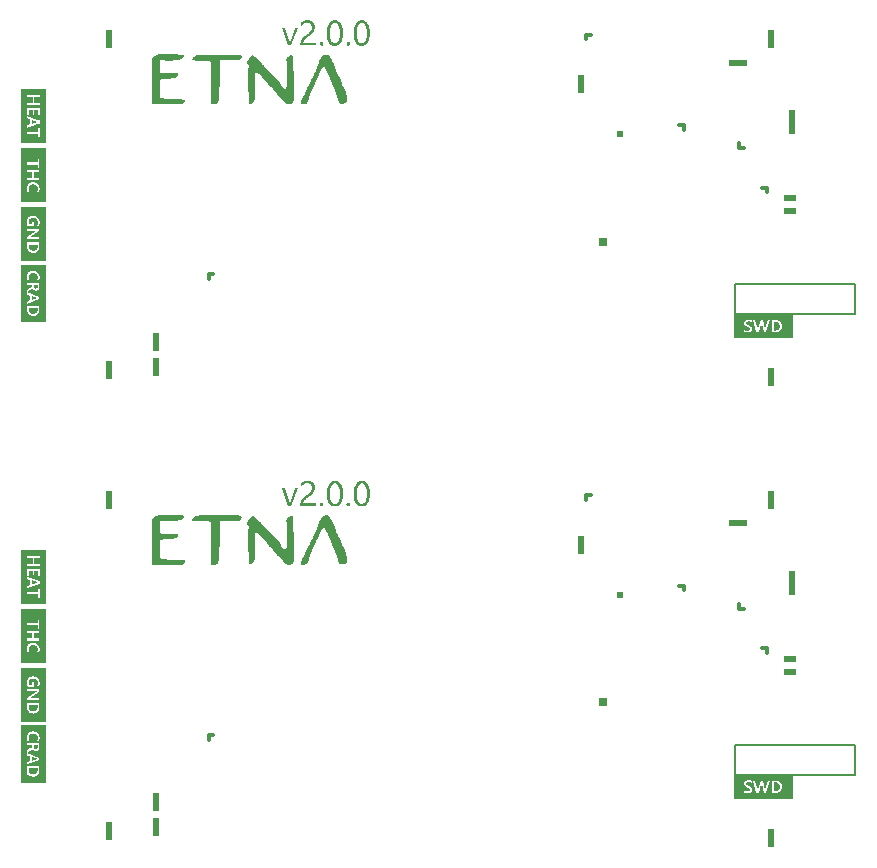
<source format=gto>
G04*
G04 #@! TF.GenerationSoftware,Altium Limited,Altium Designer,21.3.2 (30)*
G04*
G04 Layer_Color=12465579*
%FSLAX43Y43*%
%MOMM*%
G71*
G04*
G04 #@! TF.SameCoordinates,034B25BC-4B64-4F1D-819B-79BBDF65C54F*
G04*
G04*
G04 #@! TF.FilePolarity,Positive*
G04*
G01*
G75*
%ADD48C,0.200*%
%ADD50C,0.300*%
%ADD87R,0.750X0.750*%
%ADD88R,0.625X2.000*%
%ADD89R,0.625X1.500*%
%ADD90R,1.000X0.625*%
%ADD91R,1.500X0.625*%
%ADD92R,0.600X1.600*%
%ADD93R,0.600X0.600*%
G36*
X28304Y75500D02*
X28067D01*
X27496Y77004D01*
X27759D01*
X28144Y75911D01*
X28148Y75907D01*
X28152Y75893D01*
X28159Y75867D01*
X28167Y75841D01*
X28174Y75807D01*
X28185Y75770D01*
X28196Y75700D01*
X28200D01*
Y75704D01*
X28204Y75718D01*
X28207Y75741D01*
X28211Y75767D01*
X28218Y75800D01*
X28226Y75833D01*
X28248Y75904D01*
X28648Y77004D01*
X28900D01*
X28304Y75500D01*
D02*
G37*
G36*
X29741Y77637D02*
X29770D01*
X29807Y77629D01*
X29848Y77622D01*
X29889Y77615D01*
X29929Y77600D01*
X29933D01*
X29948Y77592D01*
X29970Y77585D01*
X29996Y77574D01*
X30026Y77559D01*
X30059Y77541D01*
X30122Y77492D01*
X30126Y77489D01*
X30137Y77481D01*
X30152Y77463D01*
X30170Y77444D01*
X30189Y77418D01*
X30211Y77389D01*
X30229Y77352D01*
X30248Y77315D01*
X30252Y77311D01*
X30255Y77296D01*
X30263Y77274D01*
X30274Y77244D01*
X30281Y77207D01*
X30289Y77166D01*
X30292Y77122D01*
X30296Y77074D01*
Y77070D01*
Y77052D01*
Y77029D01*
X30292Y77000D01*
X30289Y76963D01*
X30285Y76926D01*
X30266Y76844D01*
Y76841D01*
X30263Y76826D01*
X30255Y76807D01*
X30244Y76785D01*
X30233Y76755D01*
X30218Y76722D01*
X30177Y76655D01*
X30174Y76652D01*
X30166Y76641D01*
X30155Y76622D01*
X30140Y76600D01*
X30118Y76574D01*
X30092Y76544D01*
X30033Y76481D01*
X30029Y76478D01*
X30018Y76467D01*
X30000Y76452D01*
X29974Y76430D01*
X29944Y76404D01*
X29907Y76378D01*
X29870Y76348D01*
X29826Y76315D01*
X29818Y76311D01*
X29800Y76296D01*
X29774Y76278D01*
X29741Y76252D01*
X29700Y76226D01*
X29659Y76196D01*
X29618Y76163D01*
X29581Y76133D01*
X29578Y76130D01*
X29566Y76122D01*
X29548Y76107D01*
X29526Y76089D01*
X29478Y76044D01*
X29452Y76018D01*
X29429Y75993D01*
X29426Y75989D01*
X29422Y75981D01*
X29411Y75970D01*
X29400Y75952D01*
X29374Y75911D01*
X29352Y75863D01*
Y75859D01*
X29348Y75852D01*
X29344Y75837D01*
X29341Y75822D01*
X29337Y75800D01*
X29333Y75774D01*
X29329Y75715D01*
X30377D01*
Y75500D01*
X29078D01*
Y75604D01*
Y75611D01*
Y75626D01*
Y75652D01*
X29081Y75685D01*
X29085Y75718D01*
X29089Y75759D01*
X29107Y75841D01*
Y75844D01*
X29115Y75859D01*
X29122Y75878D01*
X29129Y75904D01*
X29144Y75933D01*
X29159Y75967D01*
X29204Y76037D01*
X29207Y76041D01*
X29215Y76052D01*
X29229Y76070D01*
X29252Y76096D01*
X29274Y76122D01*
X29304Y76155D01*
X29341Y76189D01*
X29378Y76222D01*
X29381Y76226D01*
X29396Y76237D01*
X29422Y76259D01*
X29452Y76281D01*
X29492Y76315D01*
X29537Y76348D01*
X29592Y76389D01*
X29648Y76430D01*
X29652Y76433D01*
X29666Y76444D01*
X29689Y76459D01*
X29715Y76481D01*
X29778Y76530D01*
X29840Y76585D01*
X29844Y76589D01*
X29855Y76600D01*
X29866Y76615D01*
X29885Y76633D01*
X29926Y76681D01*
X29963Y76737D01*
X29966Y76741D01*
X29970Y76748D01*
X29978Y76763D01*
X29989Y76785D01*
X30011Y76833D01*
X30029Y76889D01*
Y76892D01*
X30033Y76904D01*
X30037Y76918D01*
X30040Y76937D01*
X30044Y76963D01*
X30048Y76989D01*
X30052Y77052D01*
Y77055D01*
Y77067D01*
Y77085D01*
X30048Y77107D01*
X30037Y77163D01*
X30018Y77218D01*
Y77222D01*
X30015Y77229D01*
X30007Y77244D01*
X29996Y77263D01*
X29970Y77300D01*
X29937Y77341D01*
X29933Y77344D01*
X29929Y77348D01*
X29918Y77355D01*
X29903Y77366D01*
X29863Y77392D01*
X29815Y77411D01*
X29811D01*
X29803Y77415D01*
X29789Y77418D01*
X29770Y77422D01*
X29748Y77426D01*
X29722Y77429D01*
X29663Y77433D01*
X29637D01*
X29618Y77429D01*
X29574Y77426D01*
X29522Y77415D01*
X29518D01*
X29511Y77411D01*
X29496Y77407D01*
X29481Y77400D01*
X29441Y77385D01*
X29392Y77363D01*
X29389D01*
X29381Y77355D01*
X29370Y77348D01*
X29355Y77341D01*
X29315Y77315D01*
X29270Y77281D01*
X29266Y77278D01*
X29259Y77274D01*
X29248Y77263D01*
X29233Y77252D01*
X29200Y77218D01*
X29159Y77178D01*
Y77437D01*
X29163Y77441D01*
X29178Y77452D01*
X29196Y77470D01*
X29226Y77492D01*
X29259Y77515D01*
X29296Y77541D01*
X29341Y77563D01*
X29385Y77585D01*
X29392Y77589D01*
X29407Y77592D01*
X29433Y77603D01*
X29470Y77615D01*
X29515Y77622D01*
X29566Y77633D01*
X29626Y77637D01*
X29692Y77641D01*
X29715D01*
X29741Y77637D01*
D02*
G37*
G36*
X33166Y75793D02*
X33181Y75789D01*
X33222Y75774D01*
X33240Y75763D01*
X33259Y75744D01*
X33262Y75741D01*
X33266Y75737D01*
X33273Y75726D01*
X33285Y75711D01*
X33299Y75674D01*
X33303Y75656D01*
X33307Y75630D01*
Y75626D01*
Y75619D01*
X33303Y75607D01*
X33299Y75589D01*
X33288Y75552D01*
X33273Y75533D01*
X33259Y75515D01*
X33255D01*
X33251Y75507D01*
X33240Y75500D01*
X33225Y75493D01*
X33188Y75478D01*
X33166Y75474D01*
X33140Y75470D01*
X33129D01*
X33118Y75474D01*
X33099Y75478D01*
X33062Y75489D01*
X33044Y75500D01*
X33025Y75515D01*
X33022Y75519D01*
X33018Y75522D01*
X33011Y75533D01*
X33003Y75548D01*
X32985Y75585D01*
X32981Y75607D01*
X32977Y75630D01*
Y75633D01*
Y75641D01*
X32981Y75652D01*
X32985Y75670D01*
X32999Y75707D01*
X33011Y75726D01*
X33025Y75744D01*
X33029Y75748D01*
X33033Y75752D01*
X33044Y75759D01*
X33059Y75770D01*
X33096Y75789D01*
X33118Y75793D01*
X33140Y75796D01*
X33151D01*
X33166Y75793D01*
D02*
G37*
G36*
X30892D02*
X30907Y75789D01*
X30948Y75774D01*
X30966Y75763D01*
X30985Y75744D01*
X30989Y75741D01*
X30992Y75737D01*
X31000Y75726D01*
X31011Y75711D01*
X31026Y75674D01*
X31029Y75656D01*
X31033Y75630D01*
Y75626D01*
Y75619D01*
X31029Y75607D01*
X31026Y75589D01*
X31014Y75552D01*
X31000Y75533D01*
X30985Y75515D01*
X30981D01*
X30977Y75507D01*
X30966Y75500D01*
X30951Y75493D01*
X30914Y75478D01*
X30892Y75474D01*
X30866Y75470D01*
X30855D01*
X30844Y75474D01*
X30826Y75478D01*
X30789Y75489D01*
X30770Y75500D01*
X30752Y75515D01*
X30748Y75519D01*
X30744Y75522D01*
X30737Y75533D01*
X30729Y75548D01*
X30711Y75585D01*
X30707Y75607D01*
X30703Y75630D01*
Y75633D01*
Y75641D01*
X30707Y75652D01*
X30711Y75670D01*
X30726Y75707D01*
X30737Y75726D01*
X30752Y75744D01*
X30755Y75748D01*
X30759Y75752D01*
X30770Y75759D01*
X30785Y75770D01*
X30822Y75789D01*
X30844Y75793D01*
X30866Y75796D01*
X30877D01*
X30892Y75793D01*
D02*
G37*
G36*
X34329Y77637D02*
X34362Y77633D01*
X34403Y77622D01*
X34455Y77607D01*
X34510Y77585D01*
X34570Y77552D01*
X34633Y77507D01*
X34692Y77448D01*
X34721Y77415D01*
X34751Y77378D01*
X34781Y77337D01*
X34810Y77289D01*
X34836Y77241D01*
X34859Y77185D01*
X34881Y77126D01*
X34903Y77059D01*
X34918Y76992D01*
X34933Y76915D01*
X34947Y76837D01*
X34955Y76748D01*
X34962Y76659D01*
Y76559D01*
Y76555D01*
Y76548D01*
Y76533D01*
Y76515D01*
Y76492D01*
X34958Y76467D01*
X34955Y76404D01*
X34951Y76330D01*
X34944Y76252D01*
X34929Y76170D01*
X34914Y76093D01*
Y76089D01*
X34910Y76085D01*
Y76074D01*
X34907Y76059D01*
X34896Y76022D01*
X34877Y75974D01*
X34859Y75918D01*
X34836Y75863D01*
X34807Y75804D01*
X34773Y75748D01*
X34770Y75741D01*
X34759Y75726D01*
X34740Y75700D01*
X34714Y75670D01*
X34681Y75633D01*
X34644Y75600D01*
X34599Y75567D01*
X34551Y75537D01*
X34544Y75533D01*
X34529Y75526D01*
X34503Y75515D01*
X34466Y75504D01*
X34422Y75489D01*
X34373Y75478D01*
X34314Y75470D01*
X34255Y75467D01*
X34229D01*
X34199Y75470D01*
X34159Y75474D01*
X34114Y75481D01*
X34066Y75496D01*
X34018Y75511D01*
X33970Y75533D01*
X33966Y75537D01*
X33951Y75544D01*
X33925Y75563D01*
X33899Y75585D01*
X33866Y75611D01*
X33829Y75644D01*
X33796Y75685D01*
X33762Y75733D01*
X33759Y75741D01*
X33748Y75756D01*
X33733Y75785D01*
X33714Y75826D01*
X33692Y75870D01*
X33673Y75926D01*
X33651Y75989D01*
X33633Y76059D01*
Y76063D01*
Y76067D01*
X33629Y76078D01*
X33625Y76093D01*
X33622Y76111D01*
Y76133D01*
X33614Y76189D01*
X33607Y76255D01*
X33599Y76330D01*
X33596Y76415D01*
X33592Y76507D01*
Y76511D01*
Y76518D01*
Y76533D01*
Y76555D01*
Y76578D01*
X33596Y76607D01*
X33599Y76674D01*
X33603Y76748D01*
X33610Y76829D01*
X33622Y76915D01*
X33636Y76996D01*
Y77000D01*
X33640Y77007D01*
Y77018D01*
X33644Y77033D01*
X33655Y77070D01*
X33673Y77118D01*
X33692Y77174D01*
X33714Y77233D01*
X33744Y77292D01*
X33773Y77348D01*
X33777Y77355D01*
X33788Y77370D01*
X33810Y77396D01*
X33836Y77429D01*
X33866Y77466D01*
X33903Y77500D01*
X33947Y77537D01*
X33996Y77566D01*
X34003Y77570D01*
X34018Y77578D01*
X34047Y77589D01*
X34084Y77603D01*
X34129Y77618D01*
X34181Y77629D01*
X34236Y77637D01*
X34299Y77641D01*
X34307D01*
X34329Y77637D01*
D02*
G37*
G36*
X32055D02*
X32088Y77633D01*
X32129Y77622D01*
X32181Y77607D01*
X32237Y77585D01*
X32296Y77552D01*
X32359Y77507D01*
X32418Y77448D01*
X32448Y77415D01*
X32477Y77378D01*
X32507Y77337D01*
X32537Y77289D01*
X32562Y77241D01*
X32585Y77185D01*
X32607Y77126D01*
X32629Y77059D01*
X32644Y76992D01*
X32659Y76915D01*
X32674Y76837D01*
X32681Y76748D01*
X32688Y76659D01*
Y76559D01*
Y76555D01*
Y76548D01*
Y76533D01*
Y76515D01*
Y76492D01*
X32685Y76467D01*
X32681Y76404D01*
X32677Y76330D01*
X32670Y76252D01*
X32655Y76170D01*
X32640Y76093D01*
Y76089D01*
X32637Y76085D01*
Y76074D01*
X32633Y76059D01*
X32622Y76022D01*
X32603Y75974D01*
X32585Y75918D01*
X32562Y75863D01*
X32533Y75804D01*
X32499Y75748D01*
X32496Y75741D01*
X32485Y75726D01*
X32466Y75700D01*
X32440Y75670D01*
X32407Y75633D01*
X32370Y75600D01*
X32325Y75567D01*
X32277Y75537D01*
X32270Y75533D01*
X32255Y75526D01*
X32229Y75515D01*
X32192Y75504D01*
X32148Y75489D01*
X32100Y75478D01*
X32040Y75470D01*
X31981Y75467D01*
X31955D01*
X31925Y75470D01*
X31885Y75474D01*
X31840Y75481D01*
X31792Y75496D01*
X31744Y75511D01*
X31696Y75533D01*
X31692Y75537D01*
X31677Y75544D01*
X31651Y75563D01*
X31625Y75585D01*
X31592Y75611D01*
X31555Y75644D01*
X31522Y75685D01*
X31488Y75733D01*
X31485Y75741D01*
X31474Y75756D01*
X31459Y75785D01*
X31440Y75826D01*
X31418Y75870D01*
X31400Y75926D01*
X31377Y75989D01*
X31359Y76059D01*
Y76063D01*
Y76067D01*
X31355Y76078D01*
X31351Y76093D01*
X31348Y76111D01*
Y76133D01*
X31340Y76189D01*
X31333Y76255D01*
X31326Y76330D01*
X31322Y76415D01*
X31318Y76507D01*
Y76511D01*
Y76518D01*
Y76533D01*
Y76555D01*
Y76578D01*
X31322Y76607D01*
X31326Y76674D01*
X31329Y76748D01*
X31337Y76829D01*
X31348Y76915D01*
X31363Y76996D01*
Y77000D01*
X31366Y77007D01*
Y77018D01*
X31370Y77033D01*
X31381Y77070D01*
X31400Y77118D01*
X31418Y77174D01*
X31440Y77233D01*
X31470Y77292D01*
X31500Y77348D01*
X31503Y77355D01*
X31514Y77370D01*
X31537Y77396D01*
X31563Y77429D01*
X31592Y77466D01*
X31629Y77500D01*
X31674Y77537D01*
X31722Y77566D01*
X31729Y77570D01*
X31744Y77578D01*
X31774Y77589D01*
X31811Y77603D01*
X31855Y77618D01*
X31907Y77629D01*
X31962Y77637D01*
X32025Y77641D01*
X32033D01*
X32055Y77637D01*
D02*
G37*
G36*
X17614Y74757D02*
X17738D01*
X17796Y74751D01*
X18178D01*
X18282Y74744D01*
X18450D01*
X18548Y74738D01*
X18599D01*
X18638Y74731D01*
X18677D01*
X18729Y74725D01*
X18839Y74718D01*
X18897D01*
X18943Y74712D01*
X18995D01*
X19053Y74705D01*
X19124Y74699D01*
X19195Y74692D01*
Y74686D01*
Y74673D01*
X19202Y74660D01*
Y74640D01*
Y74627D01*
X19195Y74602D01*
X19189Y74569D01*
X19170Y74524D01*
X19163Y74517D01*
X19150Y74491D01*
X19118Y74459D01*
X19085Y74420D01*
X19079Y74414D01*
X19053Y74394D01*
X19014Y74368D01*
X18969Y74342D01*
X18962Y74336D01*
X18936Y74323D01*
X18897Y74310D01*
X18865Y74297D01*
X18859D01*
X18833Y74291D01*
X18787Y74284D01*
X18722Y74271D01*
X18710D01*
X18690Y74265D01*
X18664D01*
X18606Y74258D01*
X18535Y74245D01*
X18522D01*
X18476Y74239D01*
X18418Y74232D01*
X18360Y74219D01*
X18321D01*
X18282Y74213D01*
X18094D01*
X17161Y74245D01*
Y73332D01*
Y73319D01*
X17167Y73306D01*
X17180Y73280D01*
X17187Y73273D01*
X17193Y73260D01*
X17206Y73241D01*
X17213Y73221D01*
X17219Y73215D01*
X17245Y73183D01*
X17252D01*
X17258Y73176D01*
X17265Y73170D01*
X17271Y73163D01*
X18580D01*
X18625Y73157D01*
X18664Y73144D01*
X18671Y73137D01*
X18690Y73124D01*
X18703Y73098D01*
X18710Y73053D01*
Y73046D01*
Y73027D01*
X18703Y73001D01*
X18697Y72969D01*
X18684Y72930D01*
X18658Y72891D01*
X18632Y72852D01*
X18593Y72820D01*
X18586D01*
X18573Y72807D01*
X18548Y72794D01*
X18515Y72781D01*
X18470Y72761D01*
X18424Y72748D01*
X18308Y72716D01*
X18301D01*
X18275Y72710D01*
X18243D01*
X18198Y72703D01*
X18139Y72697D01*
X18081Y72690D01*
X18010D01*
X17932Y72684D01*
X17751D01*
X17686Y72677D01*
X17556Y72671D01*
X17530D01*
X17498Y72664D01*
X17459D01*
X17368Y72651D01*
X17271Y72625D01*
X17265D01*
X17252Y72619D01*
X17219Y72593D01*
X17180Y72548D01*
X17167Y72522D01*
X17161Y72483D01*
Y71180D01*
Y71167D01*
X17180Y71141D01*
X17193Y71122D01*
X17213Y71096D01*
X17245Y71077D01*
X17291Y71057D01*
X17297D01*
X17316Y71051D01*
X17342Y71044D01*
X17388Y71031D01*
X17433Y71018D01*
X17491Y71005D01*
X17563Y70999D01*
X17634Y70986D01*
X17640D01*
X17673Y70979D01*
X17712D01*
X17770Y70973D01*
X17835Y70967D01*
X17913Y70954D01*
X18003Y70947D01*
X18094Y70941D01*
X18139D01*
X18185Y70934D01*
X18249D01*
X18327Y70928D01*
X18411D01*
X18586Y70921D01*
X18865D01*
X19014Y70915D01*
X19079D01*
X19124Y70908D01*
X19215Y70902D01*
X19260D01*
X19299Y70895D01*
Y70882D01*
X19306Y70869D01*
X19312Y70856D01*
Y70837D01*
Y70830D01*
X19306Y70805D01*
X19299Y70772D01*
X19273Y70733D01*
X19267Y70727D01*
X19254Y70701D01*
X19221Y70662D01*
X19189Y70623D01*
X19183Y70617D01*
X19157Y70591D01*
X19124Y70565D01*
X19079Y70532D01*
X19072Y70526D01*
X19046Y70519D01*
X19008Y70506D01*
X18975Y70500D01*
X16604D01*
X16597Y70506D01*
X16578Y70519D01*
Y70526D01*
X16565Y70532D01*
X16552Y70558D01*
X16545Y70571D01*
X16532Y70597D01*
X16519Y70636D01*
X16506Y70681D01*
Y70694D01*
X16500Y70720D01*
X16494Y70759D01*
Y70798D01*
Y70811D01*
Y70837D01*
Y70876D01*
Y70921D01*
Y70928D01*
Y70934D01*
X16500Y70967D01*
Y71018D01*
Y71077D01*
Y71517D01*
Y71524D01*
Y71537D01*
Y71563D01*
Y71602D01*
Y71647D01*
Y71705D01*
Y71776D01*
Y71854D01*
Y71867D01*
Y71893D01*
Y71938D01*
X16506Y72003D01*
Y72081D01*
Y72165D01*
Y72262D01*
Y72366D01*
Y72373D01*
Y72379D01*
Y72418D01*
Y72470D01*
X16513Y72548D01*
Y72638D01*
Y72735D01*
X16519Y72846D01*
Y72962D01*
Y72969D01*
Y72975D01*
Y73014D01*
Y73079D01*
X16526Y73157D01*
Y73247D01*
Y73351D01*
X16532Y73565D01*
Y73571D01*
Y73578D01*
Y73617D01*
Y73669D01*
X16539Y73740D01*
Y73818D01*
Y73902D01*
X16545Y73992D01*
Y74077D01*
Y74090D01*
Y74116D01*
Y74154D01*
X16552Y74206D01*
Y74310D01*
Y74362D01*
Y74407D01*
X16558Y74414D01*
X16571Y74433D01*
X16597Y74465D01*
X16630Y74504D01*
X16668Y74543D01*
X16714Y74582D01*
X16772Y74621D01*
X16830Y74653D01*
X16837Y74660D01*
X16863Y74666D01*
X16895Y74679D01*
X16941Y74692D01*
X16999Y74705D01*
X17064Y74725D01*
X17206Y74744D01*
X17213D01*
X17245Y74751D01*
X17284D01*
X17336Y74757D01*
X17394D01*
X17465Y74764D01*
X17614Y74757D01*
D02*
G37*
G36*
X28358Y74673D02*
X28390Y74653D01*
X28422Y74621D01*
X28429Y74615D01*
X28442Y74589D01*
X28461Y74550D01*
X28481Y74511D01*
Y74504D01*
Y74485D01*
Y74459D01*
Y74414D01*
Y74355D01*
Y74291D01*
Y74206D01*
Y74116D01*
Y74103D01*
Y74070D01*
Y74018D01*
X28487Y73947D01*
Y73856D01*
Y73759D01*
X28494Y73649D01*
Y73526D01*
Y73519D01*
Y73513D01*
Y73494D01*
Y73468D01*
Y73403D01*
X28500Y73319D01*
Y73215D01*
Y73098D01*
X28507Y72969D01*
Y72833D01*
Y72826D01*
Y72820D01*
Y72800D01*
Y72768D01*
Y72703D01*
X28513Y72612D01*
Y72502D01*
Y72386D01*
X28520Y72139D01*
Y72133D01*
Y72126D01*
Y72107D01*
Y72081D01*
X28526Y72023D01*
Y71938D01*
Y71848D01*
X28533Y71751D01*
Y71543D01*
Y71530D01*
Y71498D01*
Y71452D01*
X28539Y71401D01*
Y71271D01*
Y71206D01*
Y71154D01*
Y71122D01*
Y71116D01*
Y71109D01*
Y71090D01*
Y71064D01*
X28533Y70999D01*
X28520Y70921D01*
Y70915D01*
X28513Y70902D01*
Y70882D01*
X28507Y70856D01*
X28481Y70785D01*
X28448Y70714D01*
Y70707D01*
X28442Y70701D01*
X28416Y70662D01*
X28377Y70610D01*
X28325Y70558D01*
X28319D01*
X28312Y70552D01*
X28273Y70532D01*
X28209Y70506D01*
X28131Y70500D01*
X28014D01*
X27995Y70506D01*
X27969Y70526D01*
X27930Y70552D01*
X27923Y70558D01*
X27917Y70565D01*
X27898Y70584D01*
X27872Y70610D01*
X27800Y70675D01*
X27710Y70759D01*
X27606Y70863D01*
X27496Y70979D01*
X27379Y71103D01*
X27256Y71232D01*
X27250Y71239D01*
X27243Y71245D01*
X27224Y71265D01*
X27204Y71291D01*
X27139Y71362D01*
X27062Y71452D01*
X26971Y71556D01*
X26861Y71673D01*
X26751Y71802D01*
X26634Y71932D01*
X26628Y71938D01*
X26621Y71945D01*
X26602Y71964D01*
X26582Y71990D01*
X26524Y72062D01*
X26440Y72152D01*
X26349Y72262D01*
X26245Y72379D01*
X26129Y72502D01*
X26012Y72632D01*
X26005Y72638D01*
X25999Y72645D01*
X25980Y72664D01*
X25960Y72690D01*
X25895Y72761D01*
X25811Y72846D01*
X25714Y72949D01*
X25604Y73059D01*
X25481Y73183D01*
X25351Y73299D01*
X25345D01*
X25332Y73286D01*
X25312Y73273D01*
X25293Y73247D01*
Y73241D01*
X25280Y73221D01*
X25273Y73195D01*
X25260Y73163D01*
Y73157D01*
X25254Y73137D01*
X25247Y73105D01*
X25241Y73072D01*
Y73066D01*
Y73053D01*
Y73040D01*
Y73027D01*
Y72917D01*
Y72722D01*
Y72528D01*
Y72418D01*
Y72411D01*
Y72399D01*
Y72373D01*
X25234Y72340D01*
Y72301D01*
Y72249D01*
X25228Y72139D01*
Y72133D01*
Y72113D01*
Y72081D01*
Y72036D01*
Y71984D01*
Y71925D01*
X25221Y71796D01*
Y71789D01*
Y71764D01*
Y71731D01*
X25215Y71686D01*
Y71634D01*
Y71576D01*
X25208Y71446D01*
Y71440D01*
Y71420D01*
Y71388D01*
Y71342D01*
Y71297D01*
Y71245D01*
X25202Y71135D01*
Y71129D01*
Y71116D01*
Y71090D01*
X25196Y71057D01*
Y70979D01*
X25189Y70908D01*
Y70902D01*
Y70895D01*
Y70869D01*
X25183Y70837D01*
Y70830D01*
Y70824D01*
X24910Y70552D01*
X24742D01*
Y70565D01*
Y70591D01*
X24736Y70649D01*
Y70681D01*
X24729Y70727D01*
Y70733D01*
Y70746D01*
X24723Y70772D01*
Y70805D01*
X24716Y70889D01*
X24710Y70986D01*
Y70992D01*
Y71012D01*
Y71038D01*
X24703Y71070D01*
Y71161D01*
X24697Y71252D01*
Y71258D01*
Y71271D01*
Y71297D01*
Y71323D01*
X24690Y71381D01*
Y71414D01*
Y71433D01*
Y71440D01*
Y71452D01*
Y71472D01*
Y71498D01*
Y71537D01*
Y71582D01*
X24684Y71640D01*
Y71705D01*
Y71712D01*
Y71738D01*
Y71776D01*
Y71828D01*
Y71893D01*
Y71964D01*
Y72042D01*
Y72126D01*
Y72612D01*
Y73098D01*
Y73111D01*
Y73137D01*
Y73183D01*
Y73241D01*
Y73306D01*
Y73377D01*
Y73519D01*
Y73526D01*
Y73552D01*
Y73584D01*
X24690Y73623D01*
Y73714D01*
Y73753D01*
Y73792D01*
Y73798D01*
X24684Y73805D01*
X24658Y73837D01*
X24625Y73882D01*
X24599Y73928D01*
X24593Y73941D01*
X24586Y73973D01*
X24580Y74018D01*
X24574Y74070D01*
Y74077D01*
Y74096D01*
Y74103D01*
X24580Y74109D01*
Y74122D01*
X24586Y74129D01*
X24599Y74154D01*
X24619Y74193D01*
X24645Y74239D01*
X24671Y74297D01*
X24710Y74355D01*
X24787Y74472D01*
X24794Y74478D01*
X24807Y74498D01*
X24833Y74524D01*
X24865Y74556D01*
X24904Y74589D01*
X24956Y74621D01*
X25008Y74653D01*
X25072Y74673D01*
X25079Y74666D01*
X25098Y74647D01*
X25124Y74615D01*
X25163Y74576D01*
X25208Y74530D01*
X25260Y74485D01*
X25370Y74388D01*
X25377Y74381D01*
X25396Y74368D01*
X25429Y74342D01*
X25468Y74310D01*
X25513Y74278D01*
X25565Y74232D01*
X25675Y74135D01*
X25682Y74129D01*
X25701Y74109D01*
X25727Y74083D01*
X25766Y74051D01*
X25805Y74005D01*
X25850Y73960D01*
X25947Y73856D01*
X25954Y73850D01*
X25967Y73837D01*
X25993Y73811D01*
X26018Y73779D01*
X26070Y73701D01*
X26096Y73669D01*
X26116Y73630D01*
X27327Y72418D01*
X27334Y72405D01*
X27347Y72373D01*
X27366Y72314D01*
X27399Y72243D01*
Y72237D01*
X27405Y72224D01*
X27418Y72204D01*
X27431Y72178D01*
X27470Y72113D01*
X27522Y72042D01*
X27528Y72036D01*
X27535Y72029D01*
X27567Y71984D01*
X27619Y71932D01*
X27677Y71874D01*
X27684D01*
X27690Y71861D01*
X27729Y71841D01*
X27787Y71822D01*
X27852Y71809D01*
X27865D01*
X27872Y71815D01*
X27878D01*
X27930Y72036D01*
Y74070D01*
Y74077D01*
X27923Y74083D01*
X27917Y74109D01*
X27904Y74148D01*
Y74161D01*
X27891Y74180D01*
X27885Y74213D01*
X27878Y74232D01*
Y74258D01*
Y74265D01*
Y74271D01*
X27885Y74303D01*
X27898Y74349D01*
X27917Y74401D01*
Y74407D01*
X27923Y74414D01*
X27949Y74446D01*
X27982Y74491D01*
X28027Y74537D01*
X28034D01*
X28040Y74550D01*
X28072Y74576D01*
X28118Y74608D01*
X28170Y74640D01*
X28176D01*
X28183Y74647D01*
X28215Y74660D01*
X28267Y74673D01*
X28319Y74679D01*
X28332D01*
X28358Y74673D01*
D02*
G37*
G36*
X31390Y74712D02*
X31448Y74686D01*
X31481Y74666D01*
X31513Y74634D01*
X31520Y74627D01*
X31526Y74621D01*
X31545Y74595D01*
X31571Y74569D01*
X31597Y74537D01*
X31623Y74498D01*
X31682Y74401D01*
X31688Y74394D01*
X31695Y74375D01*
X31714Y74349D01*
X31733Y74310D01*
X31759Y74258D01*
X31785Y74206D01*
X31844Y74077D01*
X31850Y74070D01*
X31857Y74044D01*
X31869Y74012D01*
X31889Y73967D01*
X31915Y73908D01*
X31934Y73850D01*
X31986Y73720D01*
Y73714D01*
X31999Y73694D01*
X32012Y73662D01*
X32025Y73617D01*
X32044Y73565D01*
X32064Y73513D01*
X32103Y73396D01*
Y73390D01*
X32116Y73370D01*
X32122Y73345D01*
X32135Y73312D01*
X32174Y73234D01*
X32206Y73163D01*
Y73157D01*
X32213Y73144D01*
X32226Y73111D01*
X32252Y73059D01*
X32258Y73046D01*
X32278Y73014D01*
X32304Y72962D01*
X32336Y72897D01*
Y72891D01*
X32342Y72884D01*
X32368Y72839D01*
X32394Y72787D01*
X32427Y72722D01*
X32433Y72710D01*
X32453Y72684D01*
X32466Y72651D01*
X32479Y72632D01*
Y72625D01*
X32492Y72606D01*
X32498Y72573D01*
X32517Y72522D01*
X32524Y72509D01*
X32537Y72476D01*
X32550Y72424D01*
X32569Y72360D01*
Y72353D01*
X32576Y72347D01*
X32582Y72308D01*
X32602Y72256D01*
X32615Y72198D01*
X32621Y72185D01*
X32628Y72159D01*
X32641Y72126D01*
X32647Y72094D01*
X32653D01*
X32660Y72087D01*
X32673Y72081D01*
X32692Y72062D01*
X32712Y72042D01*
X32738Y72010D01*
X32757Y71971D01*
X32783Y71919D01*
X32790Y71913D01*
X32796Y71893D01*
X32809Y71861D01*
X32828Y71822D01*
X32848Y71770D01*
X32867Y71712D01*
X32906Y71582D01*
Y71576D01*
X32919Y71550D01*
X32926Y71517D01*
X32939Y71472D01*
X32952Y71414D01*
X32971Y71355D01*
X32997Y71226D01*
Y71219D01*
X33003Y71200D01*
X33010Y71167D01*
X33016Y71129D01*
X33029Y71044D01*
X33036Y71005D01*
Y70973D01*
Y70967D01*
Y70941D01*
X33029Y70902D01*
X33023Y70856D01*
X33010Y70805D01*
X32984Y70753D01*
X32958Y70701D01*
X32919Y70656D01*
X32913Y70649D01*
X32900Y70636D01*
X32874Y70623D01*
X32835Y70604D01*
X32790Y70578D01*
X32731Y70565D01*
X32666Y70552D01*
X32589Y70545D01*
X32492D01*
X32472Y70552D01*
X32427D01*
X32420Y70565D01*
X32401Y70591D01*
X32375Y70643D01*
X32342Y70720D01*
Y70727D01*
X32336Y70740D01*
X32330Y70766D01*
X32317Y70798D01*
X32304Y70837D01*
X32291Y70882D01*
X32258Y70979D01*
Y70986D01*
Y70992D01*
X32245Y71025D01*
X32232Y71070D01*
X32213Y71122D01*
Y71129D01*
Y71135D01*
X32200Y71167D01*
X32187Y71213D01*
X32168Y71271D01*
Y71278D01*
X32161Y71284D01*
X32155Y71316D01*
X32135Y71362D01*
X32116Y71414D01*
Y71420D01*
X32109Y71427D01*
X32103Y71459D01*
X32083Y71498D01*
X32064Y71543D01*
X32057Y71556D01*
X32044Y71589D01*
X32019Y71647D01*
X31986Y71725D01*
Y71731D01*
X31980Y71744D01*
X31967Y71770D01*
X31954Y71802D01*
X31941Y71848D01*
X31915Y71900D01*
X31895Y71951D01*
X31869Y72016D01*
Y72023D01*
X31857Y72049D01*
X31844Y72081D01*
X31831Y72120D01*
X31785Y72217D01*
X31746Y72314D01*
Y72321D01*
X31740Y72334D01*
X31733Y72360D01*
X31720Y72386D01*
X31695Y72450D01*
X31675Y72509D01*
Y72515D01*
X31662Y72535D01*
X31649Y72560D01*
X31636Y72599D01*
X31597Y72684D01*
X31558Y72787D01*
Y72794D01*
X31552Y72813D01*
X31539Y72839D01*
X31526Y72872D01*
X31507Y72917D01*
X31487Y72962D01*
X31442Y73066D01*
Y73072D01*
X31435Y73085D01*
X31422Y73105D01*
X31409Y73131D01*
X31377Y73195D01*
X31338Y73273D01*
Y73280D01*
X31332Y73293D01*
X31319Y73312D01*
X31306Y73338D01*
X31273Y73403D01*
X31234Y73468D01*
Y73474D01*
X31228Y73481D01*
X31202Y73519D01*
X31170Y73571D01*
X31131Y73617D01*
X31124Y73630D01*
X31105Y73649D01*
X31079Y73681D01*
X31053Y73707D01*
X30885Y73552D01*
X30450Y72625D01*
X30444Y72619D01*
X30437Y72593D01*
X30425Y72560D01*
X30405Y72509D01*
X30379Y72457D01*
X30353Y72399D01*
X30301Y72275D01*
Y72269D01*
X30288Y72249D01*
X30275Y72217D01*
X30263Y72178D01*
X30243Y72133D01*
X30217Y72087D01*
X30172Y71977D01*
X30165Y71964D01*
X30152Y71932D01*
X30126Y71880D01*
X30101Y71822D01*
X30036Y71692D01*
X30003Y71627D01*
X29977Y71576D01*
X29971Y71563D01*
X29964Y71537D01*
X29945Y71491D01*
X29926Y71440D01*
X29919Y71427D01*
X29913Y71401D01*
X29893Y71355D01*
X29874Y71303D01*
Y71297D01*
X29867Y71278D01*
X29861Y71252D01*
X29848Y71213D01*
X29841Y71174D01*
X29828Y71122D01*
X29802Y71018D01*
Y71012D01*
X29796Y70992D01*
X29790Y70967D01*
X29777Y70934D01*
X29751Y70850D01*
X29712Y70759D01*
Y70753D01*
X29699Y70740D01*
X29686Y70720D01*
X29666Y70694D01*
X29615Y70630D01*
X29543Y70571D01*
X29537D01*
X29524Y70558D01*
X29498Y70552D01*
X29466Y70539D01*
X29420Y70526D01*
X29368Y70513D01*
X29310Y70506D01*
X29239Y70500D01*
X29226D01*
X29193Y70506D01*
X29155Y70519D01*
X29142Y70532D01*
X29135Y70545D01*
Y70552D01*
X29129Y70578D01*
X29122Y70610D01*
Y70656D01*
Y70662D01*
Y70675D01*
Y70694D01*
X29129Y70720D01*
X29142Y70779D01*
X29161Y70856D01*
Y70863D01*
X29167Y70876D01*
X29174Y70895D01*
X29187Y70928D01*
X29213Y70992D01*
X29252Y71070D01*
Y71077D01*
X29258Y71090D01*
X29271Y71109D01*
X29284Y71135D01*
X29323Y71206D01*
X29362Y71278D01*
Y71284D01*
X29375Y71297D01*
X29381Y71310D01*
X29394Y71336D01*
X29427Y71394D01*
X29459Y71459D01*
Y71465D01*
X29466Y71472D01*
X29479Y71511D01*
X29504Y71563D01*
X29537Y71640D01*
X29576Y71725D01*
X29621Y71828D01*
X29673Y71932D01*
X29725Y72042D01*
Y72049D01*
X29731Y72055D01*
X29751Y72094D01*
X29777Y72152D01*
X29815Y72230D01*
X29861Y72314D01*
X29906Y72418D01*
X29958Y72522D01*
X30016Y72632D01*
Y72638D01*
X30023Y72645D01*
X30042Y72684D01*
X30068Y72742D01*
X30107Y72820D01*
X30152Y72904D01*
X30204Y73008D01*
X30256Y73111D01*
X30308Y73221D01*
Y73228D01*
X30314Y73234D01*
X30334Y73273D01*
X30360Y73332D01*
X30392Y73409D01*
X30431Y73494D01*
X30470Y73591D01*
X30554Y73805D01*
Y73811D01*
X30567Y73830D01*
X30574Y73863D01*
X30587Y73902D01*
X30606Y73947D01*
X30625Y73999D01*
X30658Y74116D01*
Y74122D01*
X30664Y74142D01*
X30677Y74174D01*
X30690Y74213D01*
X30729Y74310D01*
X30781Y74407D01*
X30787Y74414D01*
X30794Y74433D01*
X30813Y74453D01*
X30833Y74485D01*
X30898Y74563D01*
X30982Y74634D01*
X30988Y74640D01*
X31008Y74647D01*
X31034Y74660D01*
X31072Y74679D01*
X31124Y74699D01*
X31183Y74712D01*
X31254Y74718D01*
X31332Y74725D01*
X31345D01*
X31390Y74712D01*
D02*
G37*
G36*
X23880Y74699D02*
X23913Y74692D01*
X23919D01*
X23945Y74686D01*
X23977Y74679D01*
X24010Y74660D01*
X24016Y74653D01*
X24036Y74647D01*
X24088Y74608D01*
X24094Y74602D01*
X24107Y74589D01*
X24113Y74569D01*
X24120Y74543D01*
Y74537D01*
X24113Y74511D01*
Y74498D01*
Y74485D01*
Y74478D01*
X24101Y74465D01*
X24088Y74446D01*
X24068Y74414D01*
X24062Y74407D01*
X24049Y74388D01*
X24023Y74362D01*
X23997Y74329D01*
X23990Y74323D01*
X23977Y74303D01*
X23932Y74258D01*
X23926Y74252D01*
X23919Y74245D01*
X23906Y74239D01*
X23900Y74232D01*
X22306D01*
X22247Y74148D01*
Y74142D01*
Y74135D01*
Y74116D01*
Y74083D01*
Y74044D01*
Y73999D01*
Y73941D01*
Y73869D01*
Y73863D01*
Y73837D01*
Y73798D01*
X22254Y73746D01*
Y73681D01*
Y73610D01*
Y73532D01*
Y73448D01*
Y73442D01*
Y73429D01*
Y73409D01*
Y73377D01*
Y73312D01*
Y73228D01*
Y73221D01*
Y73208D01*
Y73189D01*
Y73163D01*
Y73092D01*
X22247Y73021D01*
Y73014D01*
Y73008D01*
Y72969D01*
Y72910D01*
Y72852D01*
Y72839D01*
Y72813D01*
Y72774D01*
Y72742D01*
X22196Y71226D01*
Y71219D01*
Y71206D01*
Y71180D01*
X22189Y71148D01*
X22183Y71070D01*
X22176Y70973D01*
Y70967D01*
Y70954D01*
X22170Y70928D01*
X22163Y70895D01*
X22144Y70817D01*
X22118Y70733D01*
Y70727D01*
X22111Y70714D01*
X22098Y70694D01*
X22085Y70668D01*
X22040Y70610D01*
X21982Y70558D01*
X21975D01*
X21962Y70545D01*
X21943Y70539D01*
X21917Y70526D01*
X21878Y70513D01*
X21839Y70506D01*
X21787Y70494D01*
X21684D01*
X21638Y70500D01*
X21580Y70506D01*
X21567Y70513D01*
X21541Y70526D01*
X21509Y70558D01*
X21489Y70578D01*
X21476Y70610D01*
Y70973D01*
Y70979D01*
Y71005D01*
Y71038D01*
Y71090D01*
Y71148D01*
Y71219D01*
Y71297D01*
X21483Y71388D01*
Y71485D01*
Y71589D01*
X21489Y71815D01*
X21496Y72049D01*
X21502Y72295D01*
Y72301D01*
Y72327D01*
Y72360D01*
X21509Y72411D01*
Y72470D01*
X21515Y72541D01*
Y72619D01*
X21522Y72710D01*
Y72807D01*
Y72910D01*
X21528Y73137D01*
X21535Y73377D01*
Y73623D01*
Y73630D01*
Y73643D01*
Y73669D01*
Y73701D01*
Y73779D01*
X21541Y73856D01*
Y73863D01*
Y73876D01*
Y73895D01*
Y73915D01*
X21535Y73973D01*
X21522Y74031D01*
Y74038D01*
X21515Y74044D01*
X21502Y74077D01*
X21470Y74116D01*
X21424Y74154D01*
X21411Y74161D01*
X21392Y74167D01*
X21373Y74180D01*
X21340Y74187D01*
X21301Y74193D01*
X21256Y74200D01*
X21204Y74206D01*
X20187D01*
X20161Y74213D01*
X20154D01*
X20135Y74219D01*
X20109D01*
X20077Y74226D01*
X20070D01*
X20051Y74232D01*
X20025Y74239D01*
X19992Y74245D01*
X19986D01*
X19973Y74252D01*
X19941Y74258D01*
Y74265D01*
X19934Y74284D01*
Y74291D01*
Y74297D01*
Y74316D01*
Y74323D01*
Y74336D01*
X19941Y74355D01*
Y74381D01*
X19967Y74440D01*
X19980Y74472D01*
X20005Y74498D01*
X20012Y74504D01*
X20018Y74511D01*
X20057Y74543D01*
X20116Y74582D01*
X20187Y74621D01*
X20193D01*
X20206Y74627D01*
X20226Y74634D01*
X20252Y74647D01*
X20323Y74666D01*
X20407Y74686D01*
X20414D01*
X20427Y74692D01*
X20446D01*
X20478Y74699D01*
X20537Y74705D01*
X23861D01*
X23880Y74699D01*
D02*
G37*
G36*
X7500Y67217D02*
X5413D01*
Y71783D01*
X7500D01*
Y67217D01*
D02*
G37*
G36*
X7500Y62217D02*
X5413D01*
Y66783D01*
X7500D01*
Y62217D01*
D02*
G37*
G36*
Y57217D02*
X5413D01*
Y61783D01*
X7500D01*
Y57217D01*
D02*
G37*
G36*
Y52084D02*
X5413D01*
Y56916D01*
X7500D01*
Y52084D01*
D02*
G37*
G36*
X70750Y50688D02*
X65750D01*
Y52775D01*
X70750D01*
Y50688D01*
D02*
G37*
G36*
X28304Y36500D02*
X28067D01*
X27496Y38004D01*
X27759D01*
X28144Y36911D01*
X28148Y36907D01*
X28152Y36893D01*
X28159Y36867D01*
X28167Y36841D01*
X28174Y36807D01*
X28185Y36770D01*
X28196Y36700D01*
X28200D01*
Y36704D01*
X28204Y36718D01*
X28207Y36741D01*
X28211Y36767D01*
X28218Y36800D01*
X28226Y36833D01*
X28248Y36904D01*
X28648Y38004D01*
X28900D01*
X28304Y36500D01*
D02*
G37*
G36*
X29741Y38637D02*
X29770D01*
X29807Y38629D01*
X29848Y38622D01*
X29889Y38615D01*
X29929Y38600D01*
X29933D01*
X29948Y38592D01*
X29970Y38585D01*
X29996Y38574D01*
X30026Y38559D01*
X30059Y38541D01*
X30122Y38492D01*
X30126Y38489D01*
X30137Y38481D01*
X30152Y38463D01*
X30170Y38444D01*
X30189Y38418D01*
X30211Y38389D01*
X30229Y38352D01*
X30248Y38315D01*
X30252Y38311D01*
X30255Y38296D01*
X30263Y38274D01*
X30274Y38244D01*
X30281Y38207D01*
X30289Y38166D01*
X30292Y38122D01*
X30296Y38074D01*
Y38070D01*
Y38052D01*
Y38029D01*
X30292Y38000D01*
X30289Y37963D01*
X30285Y37926D01*
X30266Y37844D01*
Y37841D01*
X30263Y37826D01*
X30255Y37807D01*
X30244Y37785D01*
X30233Y37755D01*
X30218Y37722D01*
X30177Y37655D01*
X30174Y37652D01*
X30166Y37641D01*
X30155Y37622D01*
X30140Y37600D01*
X30118Y37574D01*
X30092Y37544D01*
X30033Y37481D01*
X30029Y37478D01*
X30018Y37467D01*
X30000Y37452D01*
X29974Y37430D01*
X29944Y37404D01*
X29907Y37378D01*
X29870Y37348D01*
X29826Y37315D01*
X29818Y37311D01*
X29800Y37296D01*
X29774Y37278D01*
X29741Y37252D01*
X29700Y37226D01*
X29659Y37196D01*
X29618Y37163D01*
X29581Y37133D01*
X29578Y37130D01*
X29566Y37122D01*
X29548Y37107D01*
X29526Y37089D01*
X29478Y37044D01*
X29452Y37018D01*
X29429Y36993D01*
X29426Y36989D01*
X29422Y36981D01*
X29411Y36970D01*
X29400Y36952D01*
X29374Y36911D01*
X29352Y36863D01*
Y36859D01*
X29348Y36852D01*
X29344Y36837D01*
X29341Y36822D01*
X29337Y36800D01*
X29333Y36774D01*
X29329Y36715D01*
X30377D01*
Y36500D01*
X29078D01*
Y36604D01*
Y36611D01*
Y36626D01*
Y36652D01*
X29081Y36685D01*
X29085Y36718D01*
X29089Y36759D01*
X29107Y36841D01*
Y36844D01*
X29115Y36859D01*
X29122Y36878D01*
X29129Y36904D01*
X29144Y36933D01*
X29159Y36967D01*
X29204Y37037D01*
X29207Y37041D01*
X29215Y37052D01*
X29229Y37070D01*
X29252Y37096D01*
X29274Y37122D01*
X29304Y37155D01*
X29341Y37189D01*
X29378Y37222D01*
X29381Y37226D01*
X29396Y37237D01*
X29422Y37259D01*
X29452Y37281D01*
X29492Y37315D01*
X29537Y37348D01*
X29592Y37389D01*
X29648Y37430D01*
X29652Y37433D01*
X29666Y37444D01*
X29689Y37459D01*
X29715Y37481D01*
X29778Y37530D01*
X29840Y37585D01*
X29844Y37589D01*
X29855Y37600D01*
X29866Y37615D01*
X29885Y37633D01*
X29926Y37681D01*
X29963Y37737D01*
X29966Y37741D01*
X29970Y37748D01*
X29978Y37763D01*
X29989Y37785D01*
X30011Y37833D01*
X30029Y37889D01*
Y37892D01*
X30033Y37904D01*
X30037Y37918D01*
X30040Y37937D01*
X30044Y37963D01*
X30048Y37989D01*
X30052Y38052D01*
Y38055D01*
Y38067D01*
Y38085D01*
X30048Y38107D01*
X30037Y38163D01*
X30018Y38218D01*
Y38222D01*
X30015Y38229D01*
X30007Y38244D01*
X29996Y38263D01*
X29970Y38300D01*
X29937Y38341D01*
X29933Y38344D01*
X29929Y38348D01*
X29918Y38355D01*
X29903Y38366D01*
X29863Y38392D01*
X29815Y38411D01*
X29811D01*
X29803Y38415D01*
X29789Y38418D01*
X29770Y38422D01*
X29748Y38426D01*
X29722Y38429D01*
X29663Y38433D01*
X29637D01*
X29618Y38429D01*
X29574Y38426D01*
X29522Y38415D01*
X29518D01*
X29511Y38411D01*
X29496Y38407D01*
X29481Y38400D01*
X29441Y38385D01*
X29392Y38363D01*
X29389D01*
X29381Y38355D01*
X29370Y38348D01*
X29355Y38341D01*
X29315Y38315D01*
X29270Y38281D01*
X29266Y38278D01*
X29259Y38274D01*
X29248Y38263D01*
X29233Y38252D01*
X29200Y38218D01*
X29159Y38178D01*
Y38437D01*
X29163Y38441D01*
X29178Y38452D01*
X29196Y38470D01*
X29226Y38492D01*
X29259Y38515D01*
X29296Y38541D01*
X29341Y38563D01*
X29385Y38585D01*
X29392Y38589D01*
X29407Y38592D01*
X29433Y38603D01*
X29470Y38615D01*
X29515Y38622D01*
X29566Y38633D01*
X29626Y38637D01*
X29692Y38641D01*
X29715D01*
X29741Y38637D01*
D02*
G37*
G36*
X33166Y36793D02*
X33181Y36789D01*
X33222Y36774D01*
X33240Y36763D01*
X33259Y36744D01*
X33262Y36741D01*
X33266Y36737D01*
X33273Y36726D01*
X33285Y36711D01*
X33299Y36674D01*
X33303Y36656D01*
X33307Y36630D01*
Y36626D01*
Y36619D01*
X33303Y36607D01*
X33299Y36589D01*
X33288Y36552D01*
X33273Y36533D01*
X33259Y36515D01*
X33255D01*
X33251Y36507D01*
X33240Y36500D01*
X33225Y36493D01*
X33188Y36478D01*
X33166Y36474D01*
X33140Y36470D01*
X33129D01*
X33118Y36474D01*
X33099Y36478D01*
X33062Y36489D01*
X33044Y36500D01*
X33025Y36515D01*
X33022Y36519D01*
X33018Y36522D01*
X33011Y36533D01*
X33003Y36548D01*
X32985Y36585D01*
X32981Y36607D01*
X32977Y36630D01*
Y36633D01*
Y36641D01*
X32981Y36652D01*
X32985Y36670D01*
X32999Y36707D01*
X33011Y36726D01*
X33025Y36744D01*
X33029Y36748D01*
X33033Y36752D01*
X33044Y36759D01*
X33059Y36770D01*
X33096Y36789D01*
X33118Y36793D01*
X33140Y36796D01*
X33151D01*
X33166Y36793D01*
D02*
G37*
G36*
X30892D02*
X30907Y36789D01*
X30948Y36774D01*
X30966Y36763D01*
X30985Y36744D01*
X30989Y36741D01*
X30992Y36737D01*
X31000Y36726D01*
X31011Y36711D01*
X31026Y36674D01*
X31029Y36656D01*
X31033Y36630D01*
Y36626D01*
Y36619D01*
X31029Y36607D01*
X31026Y36589D01*
X31014Y36552D01*
X31000Y36533D01*
X30985Y36515D01*
X30981D01*
X30977Y36507D01*
X30966Y36500D01*
X30951Y36493D01*
X30914Y36478D01*
X30892Y36474D01*
X30866Y36470D01*
X30855D01*
X30844Y36474D01*
X30826Y36478D01*
X30789Y36489D01*
X30770Y36500D01*
X30752Y36515D01*
X30748Y36519D01*
X30744Y36522D01*
X30737Y36533D01*
X30729Y36548D01*
X30711Y36585D01*
X30707Y36607D01*
X30703Y36630D01*
Y36633D01*
Y36641D01*
X30707Y36652D01*
X30711Y36670D01*
X30726Y36707D01*
X30737Y36726D01*
X30752Y36744D01*
X30755Y36748D01*
X30759Y36752D01*
X30770Y36759D01*
X30785Y36770D01*
X30822Y36789D01*
X30844Y36793D01*
X30866Y36796D01*
X30877D01*
X30892Y36793D01*
D02*
G37*
G36*
X34329Y38637D02*
X34362Y38633D01*
X34403Y38622D01*
X34455Y38607D01*
X34510Y38585D01*
X34570Y38552D01*
X34633Y38507D01*
X34692Y38448D01*
X34721Y38415D01*
X34751Y38378D01*
X34781Y38337D01*
X34810Y38289D01*
X34836Y38241D01*
X34859Y38185D01*
X34881Y38126D01*
X34903Y38059D01*
X34918Y37992D01*
X34933Y37915D01*
X34947Y37837D01*
X34955Y37748D01*
X34962Y37659D01*
Y37559D01*
Y37555D01*
Y37548D01*
Y37533D01*
Y37515D01*
Y37492D01*
X34958Y37467D01*
X34955Y37404D01*
X34951Y37330D01*
X34944Y37252D01*
X34929Y37170D01*
X34914Y37093D01*
Y37089D01*
X34910Y37085D01*
Y37074D01*
X34907Y37059D01*
X34896Y37022D01*
X34877Y36974D01*
X34859Y36918D01*
X34836Y36863D01*
X34807Y36804D01*
X34773Y36748D01*
X34770Y36741D01*
X34759Y36726D01*
X34740Y36700D01*
X34714Y36670D01*
X34681Y36633D01*
X34644Y36600D01*
X34599Y36567D01*
X34551Y36537D01*
X34544Y36533D01*
X34529Y36526D01*
X34503Y36515D01*
X34466Y36504D01*
X34422Y36489D01*
X34373Y36478D01*
X34314Y36470D01*
X34255Y36467D01*
X34229D01*
X34199Y36470D01*
X34159Y36474D01*
X34114Y36481D01*
X34066Y36496D01*
X34018Y36511D01*
X33970Y36533D01*
X33966Y36537D01*
X33951Y36544D01*
X33925Y36563D01*
X33899Y36585D01*
X33866Y36611D01*
X33829Y36644D01*
X33796Y36685D01*
X33762Y36733D01*
X33759Y36741D01*
X33748Y36756D01*
X33733Y36785D01*
X33714Y36826D01*
X33692Y36870D01*
X33673Y36926D01*
X33651Y36989D01*
X33633Y37059D01*
Y37063D01*
Y37067D01*
X33629Y37078D01*
X33625Y37093D01*
X33622Y37111D01*
Y37133D01*
X33614Y37189D01*
X33607Y37255D01*
X33599Y37330D01*
X33596Y37415D01*
X33592Y37507D01*
Y37511D01*
Y37518D01*
Y37533D01*
Y37555D01*
Y37578D01*
X33596Y37607D01*
X33599Y37674D01*
X33603Y37748D01*
X33610Y37829D01*
X33622Y37915D01*
X33636Y37996D01*
Y38000D01*
X33640Y38007D01*
Y38018D01*
X33644Y38033D01*
X33655Y38070D01*
X33673Y38118D01*
X33692Y38174D01*
X33714Y38233D01*
X33744Y38292D01*
X33773Y38348D01*
X33777Y38355D01*
X33788Y38370D01*
X33810Y38396D01*
X33836Y38429D01*
X33866Y38466D01*
X33903Y38500D01*
X33947Y38537D01*
X33996Y38566D01*
X34003Y38570D01*
X34018Y38578D01*
X34047Y38589D01*
X34084Y38603D01*
X34129Y38618D01*
X34181Y38629D01*
X34236Y38637D01*
X34299Y38641D01*
X34307D01*
X34329Y38637D01*
D02*
G37*
G36*
X32055D02*
X32088Y38633D01*
X32129Y38622D01*
X32181Y38607D01*
X32237Y38585D01*
X32296Y38552D01*
X32359Y38507D01*
X32418Y38448D01*
X32448Y38415D01*
X32477Y38378D01*
X32507Y38337D01*
X32537Y38289D01*
X32562Y38241D01*
X32585Y38185D01*
X32607Y38126D01*
X32629Y38059D01*
X32644Y37992D01*
X32659Y37915D01*
X32674Y37837D01*
X32681Y37748D01*
X32688Y37659D01*
Y37559D01*
Y37555D01*
Y37548D01*
Y37533D01*
Y37515D01*
Y37492D01*
X32685Y37467D01*
X32681Y37404D01*
X32677Y37330D01*
X32670Y37252D01*
X32655Y37170D01*
X32640Y37093D01*
Y37089D01*
X32637Y37085D01*
Y37074D01*
X32633Y37059D01*
X32622Y37022D01*
X32603Y36974D01*
X32585Y36918D01*
X32562Y36863D01*
X32533Y36804D01*
X32499Y36748D01*
X32496Y36741D01*
X32485Y36726D01*
X32466Y36700D01*
X32440Y36670D01*
X32407Y36633D01*
X32370Y36600D01*
X32325Y36567D01*
X32277Y36537D01*
X32270Y36533D01*
X32255Y36526D01*
X32229Y36515D01*
X32192Y36504D01*
X32148Y36489D01*
X32100Y36478D01*
X32040Y36470D01*
X31981Y36467D01*
X31955D01*
X31925Y36470D01*
X31885Y36474D01*
X31840Y36481D01*
X31792Y36496D01*
X31744Y36511D01*
X31696Y36533D01*
X31692Y36537D01*
X31677Y36544D01*
X31651Y36563D01*
X31625Y36585D01*
X31592Y36611D01*
X31555Y36644D01*
X31522Y36685D01*
X31488Y36733D01*
X31485Y36741D01*
X31474Y36756D01*
X31459Y36785D01*
X31440Y36826D01*
X31418Y36870D01*
X31400Y36926D01*
X31377Y36989D01*
X31359Y37059D01*
Y37063D01*
Y37067D01*
X31355Y37078D01*
X31351Y37093D01*
X31348Y37111D01*
Y37133D01*
X31340Y37189D01*
X31333Y37255D01*
X31326Y37330D01*
X31322Y37415D01*
X31318Y37507D01*
Y37511D01*
Y37518D01*
Y37533D01*
Y37555D01*
Y37578D01*
X31322Y37607D01*
X31326Y37674D01*
X31329Y37748D01*
X31337Y37829D01*
X31348Y37915D01*
X31363Y37996D01*
Y38000D01*
X31366Y38007D01*
Y38018D01*
X31370Y38033D01*
X31381Y38070D01*
X31400Y38118D01*
X31418Y38174D01*
X31440Y38233D01*
X31470Y38292D01*
X31500Y38348D01*
X31503Y38355D01*
X31514Y38370D01*
X31537Y38396D01*
X31563Y38429D01*
X31592Y38466D01*
X31629Y38500D01*
X31674Y38537D01*
X31722Y38566D01*
X31729Y38570D01*
X31744Y38578D01*
X31774Y38589D01*
X31811Y38603D01*
X31855Y38618D01*
X31907Y38629D01*
X31962Y38637D01*
X32025Y38641D01*
X32033D01*
X32055Y38637D01*
D02*
G37*
G36*
X17614Y35757D02*
X17738D01*
X17796Y35751D01*
X18178D01*
X18282Y35744D01*
X18450D01*
X18548Y35738D01*
X18599D01*
X18638Y35731D01*
X18677D01*
X18729Y35725D01*
X18839Y35718D01*
X18897D01*
X18943Y35712D01*
X18995D01*
X19053Y35705D01*
X19124Y35699D01*
X19195Y35692D01*
Y35686D01*
Y35673D01*
X19202Y35660D01*
Y35640D01*
Y35627D01*
X19195Y35602D01*
X19189Y35569D01*
X19170Y35524D01*
X19163Y35517D01*
X19150Y35491D01*
X19118Y35459D01*
X19085Y35420D01*
X19079Y35414D01*
X19053Y35394D01*
X19014Y35368D01*
X18969Y35342D01*
X18962Y35336D01*
X18936Y35323D01*
X18897Y35310D01*
X18865Y35297D01*
X18859D01*
X18833Y35291D01*
X18787Y35284D01*
X18722Y35271D01*
X18710D01*
X18690Y35265D01*
X18664D01*
X18606Y35258D01*
X18535Y35245D01*
X18522D01*
X18476Y35239D01*
X18418Y35232D01*
X18360Y35219D01*
X18321D01*
X18282Y35213D01*
X18094D01*
X17161Y35245D01*
Y34332D01*
Y34319D01*
X17167Y34306D01*
X17180Y34280D01*
X17187Y34273D01*
X17193Y34260D01*
X17206Y34241D01*
X17213Y34221D01*
X17219Y34215D01*
X17245Y34183D01*
X17252D01*
X17258Y34176D01*
X17265Y34170D01*
X17271Y34163D01*
X18580D01*
X18625Y34157D01*
X18664Y34144D01*
X18671Y34137D01*
X18690Y34124D01*
X18703Y34098D01*
X18710Y34053D01*
Y34046D01*
Y34027D01*
X18703Y34001D01*
X18697Y33969D01*
X18684Y33930D01*
X18658Y33891D01*
X18632Y33852D01*
X18593Y33820D01*
X18586D01*
X18573Y33807D01*
X18548Y33794D01*
X18515Y33781D01*
X18470Y33761D01*
X18424Y33748D01*
X18308Y33716D01*
X18301D01*
X18275Y33710D01*
X18243D01*
X18198Y33703D01*
X18139Y33697D01*
X18081Y33690D01*
X18010D01*
X17932Y33684D01*
X17751D01*
X17686Y33677D01*
X17556Y33671D01*
X17530D01*
X17498Y33664D01*
X17459D01*
X17368Y33651D01*
X17271Y33625D01*
X17265D01*
X17252Y33619D01*
X17219Y33593D01*
X17180Y33548D01*
X17167Y33522D01*
X17161Y33483D01*
Y32180D01*
Y32167D01*
X17180Y32141D01*
X17193Y32122D01*
X17213Y32096D01*
X17245Y32077D01*
X17291Y32057D01*
X17297D01*
X17316Y32051D01*
X17342Y32044D01*
X17388Y32031D01*
X17433Y32018D01*
X17491Y32005D01*
X17563Y31999D01*
X17634Y31986D01*
X17640D01*
X17673Y31979D01*
X17712D01*
X17770Y31973D01*
X17835Y31967D01*
X17913Y31954D01*
X18003Y31947D01*
X18094Y31941D01*
X18139D01*
X18185Y31934D01*
X18249D01*
X18327Y31928D01*
X18411D01*
X18586Y31921D01*
X18865D01*
X19014Y31915D01*
X19079D01*
X19124Y31908D01*
X19215Y31902D01*
X19260D01*
X19299Y31895D01*
Y31882D01*
X19306Y31869D01*
X19312Y31856D01*
Y31837D01*
Y31830D01*
X19306Y31805D01*
X19299Y31772D01*
X19273Y31733D01*
X19267Y31727D01*
X19254Y31701D01*
X19221Y31662D01*
X19189Y31623D01*
X19183Y31617D01*
X19157Y31591D01*
X19124Y31565D01*
X19079Y31532D01*
X19072Y31526D01*
X19046Y31519D01*
X19008Y31506D01*
X18975Y31500D01*
X16604D01*
X16597Y31506D01*
X16578Y31519D01*
Y31526D01*
X16565Y31532D01*
X16552Y31558D01*
X16545Y31571D01*
X16532Y31597D01*
X16519Y31636D01*
X16506Y31681D01*
Y31694D01*
X16500Y31720D01*
X16494Y31759D01*
Y31798D01*
Y31811D01*
Y31837D01*
Y31876D01*
Y31921D01*
Y31928D01*
Y31934D01*
X16500Y31967D01*
Y32018D01*
Y32077D01*
Y32517D01*
Y32524D01*
Y32537D01*
Y32563D01*
Y32602D01*
Y32647D01*
Y32705D01*
Y32776D01*
Y32854D01*
Y32867D01*
Y32893D01*
Y32938D01*
X16506Y33003D01*
Y33081D01*
Y33165D01*
Y33262D01*
Y33366D01*
Y33373D01*
Y33379D01*
Y33418D01*
Y33470D01*
X16513Y33548D01*
Y33638D01*
Y33735D01*
X16519Y33846D01*
Y33962D01*
Y33969D01*
Y33975D01*
Y34014D01*
Y34079D01*
X16526Y34157D01*
Y34247D01*
Y34351D01*
X16532Y34565D01*
Y34571D01*
Y34578D01*
Y34617D01*
Y34668D01*
X16539Y34740D01*
Y34818D01*
Y34902D01*
X16545Y34992D01*
Y35077D01*
Y35090D01*
Y35116D01*
Y35154D01*
X16552Y35206D01*
Y35310D01*
Y35362D01*
Y35407D01*
X16558Y35414D01*
X16571Y35433D01*
X16597Y35465D01*
X16630Y35504D01*
X16668Y35543D01*
X16714Y35582D01*
X16772Y35621D01*
X16830Y35653D01*
X16837Y35660D01*
X16863Y35666D01*
X16895Y35679D01*
X16941Y35692D01*
X16999Y35705D01*
X17064Y35725D01*
X17206Y35744D01*
X17213D01*
X17245Y35751D01*
X17284D01*
X17336Y35757D01*
X17394D01*
X17465Y35764D01*
X17614Y35757D01*
D02*
G37*
G36*
X28358Y35673D02*
X28390Y35653D01*
X28422Y35621D01*
X28429Y35615D01*
X28442Y35589D01*
X28461Y35550D01*
X28481Y35511D01*
Y35504D01*
Y35485D01*
Y35459D01*
Y35414D01*
Y35355D01*
Y35291D01*
Y35206D01*
Y35116D01*
Y35103D01*
Y35070D01*
Y35018D01*
X28487Y34947D01*
Y34856D01*
Y34759D01*
X28494Y34649D01*
Y34526D01*
Y34519D01*
Y34513D01*
Y34494D01*
Y34468D01*
Y34403D01*
X28500Y34319D01*
Y34215D01*
Y34098D01*
X28507Y33969D01*
Y33833D01*
Y33826D01*
Y33820D01*
Y33800D01*
Y33768D01*
Y33703D01*
X28513Y33612D01*
Y33502D01*
Y33386D01*
X28520Y33139D01*
Y33133D01*
Y33126D01*
Y33107D01*
Y33081D01*
X28526Y33023D01*
Y32938D01*
Y32848D01*
X28533Y32751D01*
Y32543D01*
Y32530D01*
Y32498D01*
Y32452D01*
X28539Y32401D01*
Y32271D01*
Y32206D01*
Y32154D01*
Y32122D01*
Y32116D01*
Y32109D01*
Y32090D01*
Y32064D01*
X28533Y31999D01*
X28520Y31921D01*
Y31915D01*
X28513Y31902D01*
Y31882D01*
X28507Y31856D01*
X28481Y31785D01*
X28448Y31714D01*
Y31707D01*
X28442Y31701D01*
X28416Y31662D01*
X28377Y31610D01*
X28325Y31558D01*
X28319D01*
X28312Y31552D01*
X28273Y31532D01*
X28209Y31506D01*
X28131Y31500D01*
X28014D01*
X27995Y31506D01*
X27969Y31526D01*
X27930Y31552D01*
X27923Y31558D01*
X27917Y31565D01*
X27898Y31584D01*
X27872Y31610D01*
X27800Y31675D01*
X27710Y31759D01*
X27606Y31863D01*
X27496Y31979D01*
X27379Y32103D01*
X27256Y32232D01*
X27250Y32239D01*
X27243Y32245D01*
X27224Y32265D01*
X27204Y32291D01*
X27139Y32362D01*
X27062Y32452D01*
X26971Y32556D01*
X26861Y32673D01*
X26751Y32802D01*
X26634Y32932D01*
X26628Y32938D01*
X26621Y32945D01*
X26602Y32964D01*
X26582Y32990D01*
X26524Y33062D01*
X26440Y33152D01*
X26349Y33262D01*
X26245Y33379D01*
X26129Y33502D01*
X26012Y33632D01*
X26005Y33638D01*
X25999Y33645D01*
X25980Y33664D01*
X25960Y33690D01*
X25895Y33761D01*
X25811Y33846D01*
X25714Y33949D01*
X25604Y34059D01*
X25481Y34183D01*
X25351Y34299D01*
X25345D01*
X25332Y34286D01*
X25312Y34273D01*
X25293Y34247D01*
Y34241D01*
X25280Y34221D01*
X25273Y34195D01*
X25260Y34163D01*
Y34157D01*
X25254Y34137D01*
X25247Y34105D01*
X25241Y34072D01*
Y34066D01*
Y34053D01*
Y34040D01*
Y34027D01*
Y33917D01*
Y33722D01*
Y33528D01*
Y33418D01*
Y33411D01*
Y33399D01*
Y33373D01*
X25234Y33340D01*
Y33301D01*
Y33249D01*
X25228Y33139D01*
Y33133D01*
Y33113D01*
Y33081D01*
Y33036D01*
Y32984D01*
Y32925D01*
X25221Y32796D01*
Y32789D01*
Y32764D01*
Y32731D01*
X25215Y32686D01*
Y32634D01*
Y32576D01*
X25208Y32446D01*
Y32440D01*
Y32420D01*
Y32388D01*
Y32342D01*
Y32297D01*
Y32245D01*
X25202Y32135D01*
Y32129D01*
Y32116D01*
Y32090D01*
X25196Y32057D01*
Y31979D01*
X25189Y31908D01*
Y31902D01*
Y31895D01*
Y31869D01*
X25183Y31837D01*
Y31830D01*
Y31824D01*
X24910Y31552D01*
X24742D01*
Y31565D01*
Y31591D01*
X24736Y31649D01*
Y31681D01*
X24729Y31727D01*
Y31733D01*
Y31746D01*
X24723Y31772D01*
Y31805D01*
X24716Y31889D01*
X24710Y31986D01*
Y31992D01*
Y32012D01*
Y32038D01*
X24703Y32070D01*
Y32161D01*
X24697Y32252D01*
Y32258D01*
Y32271D01*
Y32297D01*
Y32323D01*
X24690Y32381D01*
Y32414D01*
Y32433D01*
Y32440D01*
Y32452D01*
Y32472D01*
Y32498D01*
Y32537D01*
Y32582D01*
X24684Y32640D01*
Y32705D01*
Y32712D01*
Y32738D01*
Y32776D01*
Y32828D01*
Y32893D01*
Y32964D01*
Y33042D01*
Y33126D01*
Y33612D01*
Y34098D01*
Y34111D01*
Y34137D01*
Y34183D01*
Y34241D01*
Y34306D01*
Y34377D01*
Y34519D01*
Y34526D01*
Y34552D01*
Y34584D01*
X24690Y34623D01*
Y34714D01*
Y34753D01*
Y34792D01*
Y34798D01*
X24684Y34805D01*
X24658Y34837D01*
X24625Y34882D01*
X24599Y34928D01*
X24593Y34941D01*
X24586Y34973D01*
X24580Y35018D01*
X24574Y35070D01*
Y35077D01*
Y35096D01*
Y35103D01*
X24580Y35109D01*
Y35122D01*
X24586Y35129D01*
X24599Y35154D01*
X24619Y35193D01*
X24645Y35239D01*
X24671Y35297D01*
X24710Y35355D01*
X24787Y35472D01*
X24794Y35478D01*
X24807Y35498D01*
X24833Y35524D01*
X24865Y35556D01*
X24904Y35589D01*
X24956Y35621D01*
X25008Y35653D01*
X25072Y35673D01*
X25079Y35666D01*
X25098Y35647D01*
X25124Y35615D01*
X25163Y35576D01*
X25208Y35530D01*
X25260Y35485D01*
X25370Y35388D01*
X25377Y35381D01*
X25396Y35368D01*
X25429Y35342D01*
X25468Y35310D01*
X25513Y35278D01*
X25565Y35232D01*
X25675Y35135D01*
X25682Y35129D01*
X25701Y35109D01*
X25727Y35083D01*
X25766Y35051D01*
X25805Y35005D01*
X25850Y34960D01*
X25947Y34856D01*
X25954Y34850D01*
X25967Y34837D01*
X25993Y34811D01*
X26018Y34779D01*
X26070Y34701D01*
X26096Y34668D01*
X26116Y34630D01*
X27327Y33418D01*
X27334Y33405D01*
X27347Y33373D01*
X27366Y33314D01*
X27399Y33243D01*
Y33237D01*
X27405Y33224D01*
X27418Y33204D01*
X27431Y33178D01*
X27470Y33113D01*
X27522Y33042D01*
X27528Y33036D01*
X27535Y33029D01*
X27567Y32984D01*
X27619Y32932D01*
X27677Y32874D01*
X27684D01*
X27690Y32861D01*
X27729Y32841D01*
X27787Y32822D01*
X27852Y32809D01*
X27865D01*
X27872Y32815D01*
X27878D01*
X27930Y33036D01*
Y35070D01*
Y35077D01*
X27923Y35083D01*
X27917Y35109D01*
X27904Y35148D01*
Y35161D01*
X27891Y35180D01*
X27885Y35213D01*
X27878Y35232D01*
Y35258D01*
Y35265D01*
Y35271D01*
X27885Y35303D01*
X27898Y35349D01*
X27917Y35401D01*
Y35407D01*
X27923Y35414D01*
X27949Y35446D01*
X27982Y35491D01*
X28027Y35537D01*
X28034D01*
X28040Y35550D01*
X28072Y35576D01*
X28118Y35608D01*
X28170Y35640D01*
X28176D01*
X28183Y35647D01*
X28215Y35660D01*
X28267Y35673D01*
X28319Y35679D01*
X28332D01*
X28358Y35673D01*
D02*
G37*
G36*
X31390Y35712D02*
X31448Y35686D01*
X31481Y35666D01*
X31513Y35634D01*
X31520Y35627D01*
X31526Y35621D01*
X31545Y35595D01*
X31571Y35569D01*
X31597Y35537D01*
X31623Y35498D01*
X31682Y35401D01*
X31688Y35394D01*
X31695Y35375D01*
X31714Y35349D01*
X31733Y35310D01*
X31759Y35258D01*
X31785Y35206D01*
X31844Y35077D01*
X31850Y35070D01*
X31857Y35044D01*
X31869Y35012D01*
X31889Y34967D01*
X31915Y34908D01*
X31934Y34850D01*
X31986Y34720D01*
Y34714D01*
X31999Y34694D01*
X32012Y34662D01*
X32025Y34617D01*
X32044Y34565D01*
X32064Y34513D01*
X32103Y34396D01*
Y34390D01*
X32116Y34370D01*
X32122Y34345D01*
X32135Y34312D01*
X32174Y34234D01*
X32206Y34163D01*
Y34157D01*
X32213Y34144D01*
X32226Y34111D01*
X32252Y34059D01*
X32258Y34046D01*
X32278Y34014D01*
X32304Y33962D01*
X32336Y33897D01*
Y33891D01*
X32342Y33884D01*
X32368Y33839D01*
X32394Y33787D01*
X32427Y33722D01*
X32433Y33710D01*
X32453Y33684D01*
X32466Y33651D01*
X32479Y33632D01*
Y33625D01*
X32492Y33606D01*
X32498Y33573D01*
X32517Y33522D01*
X32524Y33509D01*
X32537Y33476D01*
X32550Y33424D01*
X32569Y33360D01*
Y33353D01*
X32576Y33347D01*
X32582Y33308D01*
X32602Y33256D01*
X32615Y33198D01*
X32621Y33185D01*
X32628Y33159D01*
X32641Y33126D01*
X32647Y33094D01*
X32653D01*
X32660Y33087D01*
X32673Y33081D01*
X32692Y33062D01*
X32712Y33042D01*
X32738Y33010D01*
X32757Y32971D01*
X32783Y32919D01*
X32790Y32913D01*
X32796Y32893D01*
X32809Y32861D01*
X32828Y32822D01*
X32848Y32770D01*
X32867Y32712D01*
X32906Y32582D01*
Y32576D01*
X32919Y32550D01*
X32926Y32517D01*
X32939Y32472D01*
X32952Y32414D01*
X32971Y32355D01*
X32997Y32226D01*
Y32219D01*
X33003Y32200D01*
X33010Y32167D01*
X33016Y32129D01*
X33029Y32044D01*
X33036Y32005D01*
Y31973D01*
Y31967D01*
Y31941D01*
X33029Y31902D01*
X33023Y31856D01*
X33010Y31805D01*
X32984Y31753D01*
X32958Y31701D01*
X32919Y31656D01*
X32913Y31649D01*
X32900Y31636D01*
X32874Y31623D01*
X32835Y31604D01*
X32790Y31578D01*
X32731Y31565D01*
X32666Y31552D01*
X32589Y31545D01*
X32492D01*
X32472Y31552D01*
X32427D01*
X32420Y31565D01*
X32401Y31591D01*
X32375Y31643D01*
X32342Y31720D01*
Y31727D01*
X32336Y31740D01*
X32330Y31766D01*
X32317Y31798D01*
X32304Y31837D01*
X32291Y31882D01*
X32258Y31979D01*
Y31986D01*
Y31992D01*
X32245Y32025D01*
X32232Y32070D01*
X32213Y32122D01*
Y32129D01*
Y32135D01*
X32200Y32167D01*
X32187Y32213D01*
X32168Y32271D01*
Y32278D01*
X32161Y32284D01*
X32155Y32316D01*
X32135Y32362D01*
X32116Y32414D01*
Y32420D01*
X32109Y32427D01*
X32103Y32459D01*
X32083Y32498D01*
X32064Y32543D01*
X32057Y32556D01*
X32044Y32589D01*
X32019Y32647D01*
X31986Y32725D01*
Y32731D01*
X31980Y32744D01*
X31967Y32770D01*
X31954Y32802D01*
X31941Y32848D01*
X31915Y32900D01*
X31895Y32951D01*
X31869Y33016D01*
Y33023D01*
X31857Y33049D01*
X31844Y33081D01*
X31831Y33120D01*
X31785Y33217D01*
X31746Y33314D01*
Y33321D01*
X31740Y33334D01*
X31733Y33360D01*
X31720Y33386D01*
X31695Y33450D01*
X31675Y33509D01*
Y33515D01*
X31662Y33535D01*
X31649Y33560D01*
X31636Y33599D01*
X31597Y33684D01*
X31558Y33787D01*
Y33794D01*
X31552Y33813D01*
X31539Y33839D01*
X31526Y33872D01*
X31507Y33917D01*
X31487Y33962D01*
X31442Y34066D01*
Y34072D01*
X31435Y34085D01*
X31422Y34105D01*
X31409Y34131D01*
X31377Y34195D01*
X31338Y34273D01*
Y34280D01*
X31332Y34293D01*
X31319Y34312D01*
X31306Y34338D01*
X31273Y34403D01*
X31234Y34468D01*
Y34474D01*
X31228Y34481D01*
X31202Y34519D01*
X31170Y34571D01*
X31131Y34617D01*
X31124Y34630D01*
X31105Y34649D01*
X31079Y34681D01*
X31053Y34707D01*
X30885Y34552D01*
X30450Y33625D01*
X30444Y33619D01*
X30437Y33593D01*
X30425Y33560D01*
X30405Y33509D01*
X30379Y33457D01*
X30353Y33399D01*
X30301Y33275D01*
Y33269D01*
X30288Y33249D01*
X30275Y33217D01*
X30263Y33178D01*
X30243Y33133D01*
X30217Y33087D01*
X30172Y32977D01*
X30165Y32964D01*
X30152Y32932D01*
X30126Y32880D01*
X30101Y32822D01*
X30036Y32692D01*
X30003Y32627D01*
X29977Y32576D01*
X29971Y32563D01*
X29964Y32537D01*
X29945Y32491D01*
X29926Y32440D01*
X29919Y32427D01*
X29913Y32401D01*
X29893Y32355D01*
X29874Y32303D01*
Y32297D01*
X29867Y32278D01*
X29861Y32252D01*
X29848Y32213D01*
X29841Y32174D01*
X29828Y32122D01*
X29802Y32018D01*
Y32012D01*
X29796Y31992D01*
X29790Y31967D01*
X29777Y31934D01*
X29751Y31850D01*
X29712Y31759D01*
Y31753D01*
X29699Y31740D01*
X29686Y31720D01*
X29666Y31694D01*
X29615Y31630D01*
X29543Y31571D01*
X29537D01*
X29524Y31558D01*
X29498Y31552D01*
X29466Y31539D01*
X29420Y31526D01*
X29368Y31513D01*
X29310Y31506D01*
X29239Y31500D01*
X29226D01*
X29193Y31506D01*
X29155Y31519D01*
X29142Y31532D01*
X29135Y31545D01*
Y31552D01*
X29129Y31578D01*
X29122Y31610D01*
Y31656D01*
Y31662D01*
Y31675D01*
Y31694D01*
X29129Y31720D01*
X29142Y31779D01*
X29161Y31856D01*
Y31863D01*
X29167Y31876D01*
X29174Y31895D01*
X29187Y31928D01*
X29213Y31992D01*
X29252Y32070D01*
Y32077D01*
X29258Y32090D01*
X29271Y32109D01*
X29284Y32135D01*
X29323Y32206D01*
X29362Y32278D01*
Y32284D01*
X29375Y32297D01*
X29381Y32310D01*
X29394Y32336D01*
X29427Y32394D01*
X29459Y32459D01*
Y32465D01*
X29466Y32472D01*
X29479Y32511D01*
X29504Y32563D01*
X29537Y32640D01*
X29576Y32725D01*
X29621Y32828D01*
X29673Y32932D01*
X29725Y33042D01*
Y33049D01*
X29731Y33055D01*
X29751Y33094D01*
X29777Y33152D01*
X29815Y33230D01*
X29861Y33314D01*
X29906Y33418D01*
X29958Y33522D01*
X30016Y33632D01*
Y33638D01*
X30023Y33645D01*
X30042Y33684D01*
X30068Y33742D01*
X30107Y33820D01*
X30152Y33904D01*
X30204Y34008D01*
X30256Y34111D01*
X30308Y34221D01*
Y34228D01*
X30314Y34234D01*
X30334Y34273D01*
X30360Y34332D01*
X30392Y34409D01*
X30431Y34494D01*
X30470Y34591D01*
X30554Y34805D01*
Y34811D01*
X30567Y34830D01*
X30574Y34863D01*
X30587Y34902D01*
X30606Y34947D01*
X30625Y34999D01*
X30658Y35116D01*
Y35122D01*
X30664Y35141D01*
X30677Y35174D01*
X30690Y35213D01*
X30729Y35310D01*
X30781Y35407D01*
X30787Y35414D01*
X30794Y35433D01*
X30813Y35453D01*
X30833Y35485D01*
X30898Y35563D01*
X30982Y35634D01*
X30988Y35640D01*
X31008Y35647D01*
X31034Y35660D01*
X31072Y35679D01*
X31124Y35699D01*
X31183Y35712D01*
X31254Y35718D01*
X31332Y35725D01*
X31345D01*
X31390Y35712D01*
D02*
G37*
G36*
X23880Y35699D02*
X23913Y35692D01*
X23919D01*
X23945Y35686D01*
X23977Y35679D01*
X24010Y35660D01*
X24016Y35653D01*
X24036Y35647D01*
X24088Y35608D01*
X24094Y35602D01*
X24107Y35589D01*
X24113Y35569D01*
X24120Y35543D01*
Y35537D01*
X24113Y35511D01*
Y35498D01*
Y35485D01*
Y35478D01*
X24101Y35465D01*
X24088Y35446D01*
X24068Y35414D01*
X24062Y35407D01*
X24049Y35388D01*
X24023Y35362D01*
X23997Y35329D01*
X23990Y35323D01*
X23977Y35303D01*
X23932Y35258D01*
X23926Y35252D01*
X23919Y35245D01*
X23906Y35239D01*
X23900Y35232D01*
X22306D01*
X22247Y35148D01*
Y35141D01*
Y35135D01*
Y35116D01*
Y35083D01*
Y35044D01*
Y34999D01*
Y34941D01*
Y34869D01*
Y34863D01*
Y34837D01*
Y34798D01*
X22254Y34746D01*
Y34681D01*
Y34610D01*
Y34532D01*
Y34448D01*
Y34442D01*
Y34429D01*
Y34409D01*
Y34377D01*
Y34312D01*
Y34228D01*
Y34221D01*
Y34208D01*
Y34189D01*
Y34163D01*
Y34092D01*
X22247Y34021D01*
Y34014D01*
Y34008D01*
Y33969D01*
Y33910D01*
Y33852D01*
Y33839D01*
Y33813D01*
Y33774D01*
Y33742D01*
X22196Y32226D01*
Y32219D01*
Y32206D01*
Y32180D01*
X22189Y32148D01*
X22183Y32070D01*
X22176Y31973D01*
Y31967D01*
Y31954D01*
X22170Y31928D01*
X22163Y31895D01*
X22144Y31817D01*
X22118Y31733D01*
Y31727D01*
X22111Y31714D01*
X22098Y31694D01*
X22085Y31668D01*
X22040Y31610D01*
X21982Y31558D01*
X21975D01*
X21962Y31545D01*
X21943Y31539D01*
X21917Y31526D01*
X21878Y31513D01*
X21839Y31506D01*
X21787Y31494D01*
X21684D01*
X21638Y31500D01*
X21580Y31506D01*
X21567Y31513D01*
X21541Y31526D01*
X21509Y31558D01*
X21489Y31578D01*
X21476Y31610D01*
Y31973D01*
Y31979D01*
Y32005D01*
Y32038D01*
Y32090D01*
Y32148D01*
Y32219D01*
Y32297D01*
X21483Y32388D01*
Y32485D01*
Y32589D01*
X21489Y32815D01*
X21496Y33049D01*
X21502Y33295D01*
Y33301D01*
Y33327D01*
Y33360D01*
X21509Y33411D01*
Y33470D01*
X21515Y33541D01*
Y33619D01*
X21522Y33710D01*
Y33807D01*
Y33910D01*
X21528Y34137D01*
X21535Y34377D01*
Y34623D01*
Y34630D01*
Y34643D01*
Y34668D01*
Y34701D01*
Y34779D01*
X21541Y34856D01*
Y34863D01*
Y34876D01*
Y34895D01*
Y34915D01*
X21535Y34973D01*
X21522Y35031D01*
Y35038D01*
X21515Y35044D01*
X21502Y35077D01*
X21470Y35116D01*
X21424Y35154D01*
X21411Y35161D01*
X21392Y35167D01*
X21373Y35180D01*
X21340Y35187D01*
X21301Y35193D01*
X21256Y35200D01*
X21204Y35206D01*
X20187D01*
X20161Y35213D01*
X20154D01*
X20135Y35219D01*
X20109D01*
X20077Y35226D01*
X20070D01*
X20051Y35232D01*
X20025Y35239D01*
X19992Y35245D01*
X19986D01*
X19973Y35252D01*
X19941Y35258D01*
Y35265D01*
X19934Y35284D01*
Y35291D01*
Y35297D01*
Y35316D01*
Y35323D01*
Y35336D01*
X19941Y35355D01*
Y35381D01*
X19967Y35440D01*
X19980Y35472D01*
X20005Y35498D01*
X20012Y35504D01*
X20018Y35511D01*
X20057Y35543D01*
X20116Y35582D01*
X20187Y35621D01*
X20193D01*
X20206Y35627D01*
X20226Y35634D01*
X20252Y35647D01*
X20323Y35666D01*
X20407Y35686D01*
X20414D01*
X20427Y35692D01*
X20446D01*
X20478Y35699D01*
X20537Y35705D01*
X23861D01*
X23880Y35699D01*
D02*
G37*
G36*
X7500Y28217D02*
X5413D01*
Y32783D01*
X7500D01*
Y28217D01*
D02*
G37*
G36*
X7500Y23217D02*
X5413D01*
Y27783D01*
X7500D01*
Y23217D01*
D02*
G37*
G36*
Y18217D02*
X5413D01*
Y22783D01*
X7500D01*
Y18217D01*
D02*
G37*
G36*
Y13084D02*
X5413D01*
Y17916D01*
X7500D01*
Y13084D01*
D02*
G37*
G36*
X70750Y11688D02*
X65750D01*
Y13775D01*
X70750D01*
Y11688D01*
D02*
G37*
%LPC*%
G36*
X34288Y77433D02*
X34270D01*
X34247Y77426D01*
X34218Y77418D01*
X34184Y77404D01*
X34144Y77385D01*
X34103Y77355D01*
X34062Y77318D01*
X34022Y77270D01*
X33981Y77211D01*
X33940Y77137D01*
X33925Y77092D01*
X33907Y77048D01*
X33892Y76996D01*
X33877Y76944D01*
X33866Y76885D01*
X33855Y76822D01*
X33847Y76752D01*
X33840Y76681D01*
X33836Y76600D01*
Y76518D01*
Y76515D01*
Y76507D01*
Y76496D01*
Y76481D01*
Y76463D01*
X33840Y76441D01*
X33844Y76385D01*
X33851Y76322D01*
X33859Y76248D01*
X33873Y76170D01*
X33892Y76093D01*
X33914Y76015D01*
X33944Y75937D01*
X33981Y75863D01*
X34025Y75800D01*
X34073Y75744D01*
X34103Y75722D01*
X34133Y75704D01*
X34166Y75689D01*
X34203Y75678D01*
X34240Y75670D01*
X34281Y75667D01*
X34299D01*
X34322Y75674D01*
X34347Y75681D01*
X34381Y75693D01*
X34418Y75711D01*
X34459Y75741D01*
X34499Y75774D01*
X34536Y75822D01*
X34577Y75878D01*
X34614Y75948D01*
X34629Y75989D01*
X34647Y76033D01*
X34662Y76081D01*
X34673Y76133D01*
X34684Y76189D01*
X34696Y76248D01*
X34703Y76315D01*
X34710Y76385D01*
X34714Y76459D01*
Y76537D01*
Y76541D01*
Y76548D01*
Y76559D01*
Y76574D01*
Y76596D01*
X34710Y76618D01*
X34707Y76678D01*
X34703Y76744D01*
X34692Y76822D01*
X34677Y76900D01*
X34662Y76985D01*
X34640Y77070D01*
X34610Y77148D01*
X34577Y77226D01*
X34536Y77292D01*
X34484Y77352D01*
X34459Y77374D01*
X34429Y77396D01*
X34396Y77411D01*
X34362Y77422D01*
X34325Y77429D01*
X34288Y77433D01*
D02*
G37*
G36*
X32014D02*
X31996D01*
X31974Y77426D01*
X31944Y77418D01*
X31911Y77404D01*
X31870Y77385D01*
X31829Y77355D01*
X31788Y77318D01*
X31748Y77270D01*
X31707Y77211D01*
X31666Y77137D01*
X31651Y77092D01*
X31633Y77048D01*
X31618Y76996D01*
X31603Y76944D01*
X31592Y76885D01*
X31581Y76822D01*
X31574Y76752D01*
X31566Y76681D01*
X31563Y76600D01*
Y76518D01*
Y76515D01*
Y76507D01*
Y76496D01*
Y76481D01*
Y76463D01*
X31566Y76441D01*
X31570Y76385D01*
X31577Y76322D01*
X31585Y76248D01*
X31600Y76170D01*
X31618Y76093D01*
X31640Y76015D01*
X31670Y75937D01*
X31707Y75863D01*
X31751Y75800D01*
X31800Y75744D01*
X31829Y75722D01*
X31859Y75704D01*
X31892Y75689D01*
X31929Y75678D01*
X31966Y75670D01*
X32007Y75667D01*
X32025D01*
X32048Y75674D01*
X32074Y75681D01*
X32107Y75693D01*
X32144Y75711D01*
X32185Y75741D01*
X32225Y75774D01*
X32262Y75822D01*
X32303Y75878D01*
X32340Y75948D01*
X32355Y75989D01*
X32374Y76033D01*
X32388Y76081D01*
X32399Y76133D01*
X32411Y76189D01*
X32422Y76248D01*
X32429Y76315D01*
X32437Y76385D01*
X32440Y76459D01*
Y76537D01*
Y76541D01*
Y76548D01*
Y76559D01*
Y76574D01*
Y76596D01*
X32437Y76618D01*
X32433Y76678D01*
X32429Y76744D01*
X32418Y76822D01*
X32403Y76900D01*
X32388Y76985D01*
X32366Y77070D01*
X32337Y77148D01*
X32303Y77226D01*
X32262Y77292D01*
X32211Y77352D01*
X32185Y77374D01*
X32155Y77396D01*
X32122Y77411D01*
X32088Y77422D01*
X32051Y77429D01*
X32014Y77433D01*
D02*
G37*
G36*
X7000Y71283D02*
X5948D01*
Y71109D01*
X6404D01*
Y70613D01*
X5948D01*
Y70439D01*
X7000D01*
Y71283D01*
D02*
G37*
G36*
Y70178D02*
X5948D01*
Y69587D01*
X6095D01*
Y70004D01*
X6406D01*
Y69641D01*
X6554D01*
Y70004D01*
X6852D01*
Y69611D01*
X7000D01*
Y70178D01*
D02*
G37*
G36*
Y69519D02*
X5948D01*
D01*
X7000D01*
Y69124D01*
X5948Y69519D01*
Y69328D01*
X6215Y69237D01*
Y68822D01*
X5948Y68728D01*
Y68535D01*
X7000Y68928D01*
Y68535D01*
D01*
Y69519D01*
D02*
G37*
G36*
Y68495D02*
X5948D01*
Y67717D01*
Y68019D01*
X6852D01*
Y67717D01*
X7000D01*
Y68495D01*
D02*
G37*
%LPD*%
G36*
Y70613D02*
X6557D01*
Y71109D01*
X7000D01*
Y70613D01*
D02*
G37*
G36*
X6778Y69046D02*
X6798Y69041D01*
X6820Y69035D01*
X6830Y69033D01*
X6837D01*
X6843Y69032D01*
X6844D01*
Y69028D01*
X6828Y69026D01*
X6815Y69022D01*
X6804Y69020D01*
X6794Y69019D01*
X6787Y69017D01*
X6781Y69015D01*
X6780D01*
X6778D01*
X6357Y68869D01*
Y69191D01*
X6778Y69046D01*
D02*
G37*
G36*
X6852Y68193D02*
X5948D01*
Y68495D01*
X6852D01*
Y68193D01*
D02*
G37*
%LPC*%
G36*
X6981Y65886D02*
X5930D01*
Y65108D01*
Y65410D01*
X6833D01*
Y65108D01*
X6981D01*
Y65886D01*
D02*
G37*
G36*
Y64953D02*
X5930D01*
Y64108D01*
X6981D01*
Y64282D01*
X6539D01*
Y64779D01*
X6981D01*
Y64953D01*
D02*
G37*
G36*
X7000Y63914D02*
X5913D01*
D01*
X6435D01*
X6393Y63912D01*
X6352Y63908D01*
X6313Y63901D01*
X6276Y63892D01*
X6243Y63882D01*
X6211Y63871D01*
X6183Y63858D01*
X6157Y63845D01*
X6133Y63832D01*
X6113Y63820D01*
X6096Y63808D01*
X6082Y63799D01*
X6070Y63790D01*
X6063Y63782D01*
X6057Y63779D01*
X6056Y63777D01*
X6030Y63749D01*
X6009Y63721D01*
X5989Y63692D01*
X5974Y63660D01*
X5959Y63631D01*
X5948Y63599D01*
X5939Y63570D01*
X5932Y63542D01*
X5924Y63514D01*
X5920Y63490D01*
X5917Y63468D01*
X5915Y63447D01*
Y63433D01*
X5913Y63420D01*
Y63410D01*
X5915Y63347D01*
X5922Y63288D01*
X5926Y63262D01*
X5932Y63238D01*
X5937Y63216D01*
X5943Y63195D01*
X5948Y63177D01*
X5954Y63160D01*
X5959Y63147D01*
X5963Y63134D01*
X5967Y63127D01*
X5970Y63120D01*
X5972Y63116D01*
Y63114D01*
X6135D01*
X6111Y63157D01*
X6093Y63201D01*
X6082Y63244D01*
X6072Y63284D01*
X6067Y63320D01*
X6065Y63334D01*
Y63347D01*
X6063Y63357D01*
Y63371D01*
X6065Y63401D01*
X6067Y63429D01*
X6080Y63481D01*
X6096Y63527D01*
X6106Y63545D01*
X6115Y63564D01*
X6124Y63581D01*
X6133Y63594D01*
X6143Y63607D01*
X6150Y63616D01*
X6157Y63623D01*
X6163Y63629D01*
X6165Y63632D01*
X6167Y63634D01*
X6187Y63651D01*
X6209Y63666D01*
X6232Y63681D01*
X6254Y63692D01*
X6300Y63708D01*
X6345Y63720D01*
X6365Y63725D01*
X6383Y63727D01*
X6402Y63729D01*
X6415Y63731D01*
X6428Y63732D01*
X6437D01*
X6443D01*
X6444D01*
X6478Y63731D01*
X6509Y63729D01*
X6539Y63723D01*
X6567Y63716D01*
X6594Y63708D01*
X6619Y63699D01*
X6639Y63690D01*
X6659Y63679D01*
X6678Y63670D01*
X6693Y63660D01*
X6706Y63651D01*
X6717Y63644D01*
X6726Y63636D01*
X6732Y63631D01*
X6735Y63629D01*
X6737Y63627D01*
X6756Y63607D01*
X6774Y63584D01*
X6787Y63562D01*
X6800Y63538D01*
X6811Y63514D01*
X6820Y63492D01*
X6833Y63447D01*
X6837Y63427D01*
X6841Y63408D01*
X6843Y63392D01*
X6844Y63377D01*
X6846Y63366D01*
Y63349D01*
X6844Y63301D01*
X6837Y63258D01*
X6826Y63218D01*
X6815Y63183D01*
X6804Y63155D01*
X6798Y63142D01*
X6793Y63133D01*
X6789Y63125D01*
X6785Y63120D01*
X6783Y63116D01*
Y63114D01*
X6956D01*
X6970Y63153D01*
X6981Y63195D01*
X6989Y63238D01*
X6994Y63279D01*
X6998Y63314D01*
Y63329D01*
X7000Y63342D01*
Y63368D01*
X6998Y63410D01*
X6993Y63453D01*
X6985Y63492D01*
X6976Y63529D01*
X6963Y63564D01*
X6950Y63595D01*
X6935Y63625D01*
X6922Y63653D01*
X6907Y63677D01*
X6893Y63699D01*
X6880Y63718D01*
X6867Y63732D01*
X6857Y63744D01*
X6850Y63753D01*
X6844Y63758D01*
X6843Y63760D01*
X6813Y63788D01*
X6780Y63810D01*
X6748Y63831D01*
X6713Y63849D01*
X6680Y63864D01*
X6646Y63877D01*
X6613Y63886D01*
X6582Y63895D01*
X6550Y63901D01*
X6522Y63907D01*
X6498Y63908D01*
X6478Y63912D01*
X6459D01*
X6446Y63914D01*
X7000D01*
D01*
D02*
G37*
%LPD*%
G36*
X6833Y65584D02*
X5930D01*
Y65886D01*
X6833D01*
Y65584D01*
D02*
G37*
G36*
X6385Y64282D02*
X5930D01*
Y64779D01*
X6385D01*
Y64282D01*
D02*
G37*
%LPC*%
G36*
X7000Y61079D02*
X5913D01*
D01*
X6441D01*
X6396Y61078D01*
X6356Y61074D01*
X6317Y61067D01*
X6280Y61057D01*
X6246Y61046D01*
X6215Y61033D01*
X6185Y61020D01*
X6159Y61007D01*
X6137Y60994D01*
X6117Y60981D01*
X6098Y60968D01*
X6083Y60957D01*
X6072Y60948D01*
X6065Y60941D01*
X6059Y60937D01*
X6057Y60935D01*
X6032Y60907D01*
X6009Y60878D01*
X5991Y60846D01*
X5974Y60815D01*
X5959Y60783D01*
X5948Y60752D01*
X5939Y60720D01*
X5932Y60691D01*
X5926Y60663D01*
X5920Y60637D01*
X5917Y60615D01*
X5915Y60594D01*
Y60578D01*
X5913Y60567D01*
Y60555D01*
X5915Y60518D01*
X5917Y60481D01*
X5926Y60413D01*
X5933Y60381D01*
X5941Y60352D01*
X5948Y60324D01*
X5958Y60298D01*
X5965Y60274D01*
X5972Y60254D01*
X5980Y60235D01*
X5987Y60218D01*
X5993Y60207D01*
X5996Y60198D01*
X6000Y60193D01*
Y60191D01*
X6500D01*
Y60585D01*
X6354D01*
Y60365D01*
X6104D01*
X6089Y60394D01*
X6080Y60426D01*
X6072Y60457D01*
X6067Y60487D01*
X6063Y60513D01*
X6061Y60533D01*
Y60552D01*
X6063Y60581D01*
X6065Y60609D01*
X6078Y60657D01*
X6095Y60702D01*
X6104Y60720D01*
X6113Y60737D01*
X6122Y60752D01*
X6132Y60767D01*
X6141Y60778D01*
X6148Y60787D01*
X6156Y60794D01*
X6161Y60800D01*
X6163Y60802D01*
X6165Y60804D01*
X6185Y60820D01*
X6207Y60833D01*
X6230Y60846D01*
X6254Y60857D01*
X6300Y60874D01*
X6346Y60885D01*
X6367Y60889D01*
X6387Y60891D01*
X6406Y60892D01*
X6420Y60894D01*
X6433Y60896D01*
X6443D01*
X6448D01*
X6450D01*
X6483Y60894D01*
X6513Y60891D01*
X6543Y60887D01*
X6570Y60879D01*
X6596Y60872D01*
X6619Y60863D01*
X6641Y60852D01*
X6661Y60842D01*
X6678Y60833D01*
X6693Y60822D01*
X6706Y60813D01*
X6717Y60805D01*
X6726Y60798D01*
X6732Y60792D01*
X6735Y60791D01*
X6737Y60789D01*
X6757Y60768D01*
X6774Y60746D01*
X6789Y60722D01*
X6802Y60700D01*
X6813Y60676D01*
X6820Y60654D01*
X6835Y60609D01*
X6839Y60591D01*
X6843Y60572D01*
X6844Y60555D01*
X6846Y60541D01*
X6848Y60530D01*
Y60481D01*
X6844Y60452D01*
X6835Y60396D01*
X6822Y60348D01*
X6817Y60326D01*
X6809Y60305D01*
X6802Y60287D01*
X6794Y60270D01*
X6787Y60257D01*
X6781Y60246D01*
X6776Y60237D01*
X6772Y60230D01*
X6770Y60226D01*
X6769Y60224D01*
X6948D01*
X6965Y60270D01*
X6978Y60320D01*
X6987Y60370D01*
X6994Y60417D01*
X6996Y60437D01*
X6998Y60457D01*
Y60474D01*
X7000Y60489D01*
Y60518D01*
D01*
Y60533D01*
Y60518D01*
X6998Y60563D01*
X6993Y60605D01*
X6985Y60646D01*
X6976Y60685D01*
X6963Y60720D01*
X6950Y60754D01*
X6935Y60783D01*
X6922Y60811D01*
X6907Y60837D01*
X6893Y60859D01*
X6880Y60878D01*
X6867Y60892D01*
X6857Y60905D01*
X6850Y60915D01*
X6844Y60920D01*
X6843Y60922D01*
X6813Y60950D01*
X6780Y60974D01*
X6746Y60994D01*
X6713Y61013D01*
X6680Y61028D01*
X6646Y61041D01*
X6613Y61052D01*
X6583Y61059D01*
X6554Y61067D01*
X6526Y61070D01*
X6502Y61074D01*
X6482Y61078D01*
X6465D01*
X6452Y61079D01*
X7000D01*
D01*
D02*
G37*
G36*
X6981Y59963D02*
X5930D01*
Y59794D01*
X6619D01*
X6657D01*
X6689D01*
X6713Y59796D01*
X6733D01*
X6746Y59798D01*
X6756D01*
X6761Y59800D01*
X6763D01*
Y59796D01*
X6741Y59785D01*
X6720Y59776D01*
X6713Y59772D01*
X6707Y59768D01*
X6704Y59765D01*
X6702D01*
X5930Y59261D01*
Y59070D01*
X6981D01*
Y59963D01*
D02*
G37*
G36*
Y58809D02*
X5930D01*
Y58519D01*
X5932Y58469D01*
X5935Y58422D01*
X5943Y58378D01*
X5952Y58335D01*
X5963Y58298D01*
X5976Y58261D01*
X5989Y58230D01*
X6004Y58200D01*
X6017Y58174D01*
X6030Y58150D01*
X6043Y58132D01*
X6054Y58115D01*
X6063Y58102D01*
X6070Y58093D01*
X6074Y58087D01*
X6076Y58085D01*
X6106Y58058D01*
X6135Y58032D01*
X6167Y58011D01*
X6200Y57993D01*
X6233Y57976D01*
X6265Y57963D01*
X6296Y57952D01*
X6328Y57945D01*
X6357Y57937D01*
X6383Y57933D01*
X6407Y57930D01*
X6428Y57926D01*
X6444D01*
X6457Y57924D01*
X6469D01*
X6515Y57926D01*
X6559Y57930D01*
X6600Y57939D01*
X6637Y57948D01*
X6674Y57963D01*
X6706Y57978D01*
X6737Y57995D01*
X6765Y58015D01*
X6791Y58037D01*
X6815Y58059D01*
X6837Y58083D01*
X6856Y58108D01*
X6874Y58133D01*
X6891Y58161D01*
X6917Y58215D01*
X6939Y58269D01*
X6954Y58322D01*
X6967Y58370D01*
X6974Y58415D01*
X6976Y58433D01*
X6978Y58452D01*
X6980Y58467D01*
Y58480D01*
X6981Y58491D01*
Y58809D01*
D02*
G37*
%LPD*%
G36*
Y59239D02*
X6304D01*
X6269D01*
X6239Y59237D01*
X6215D01*
X6195Y59235D01*
X6180Y59233D01*
X6169D01*
X6163Y59232D01*
X6161D01*
Y59235D01*
X6169Y59239D01*
X6180Y59244D01*
X6200Y59257D01*
X6211Y59263D01*
X6219Y59269D01*
X6224Y59272D01*
X6226Y59274D01*
X6981Y59759D01*
Y59239D01*
D02*
G37*
G36*
X6833Y58489D02*
X6832Y58454D01*
X6830Y58422D01*
X6824Y58391D01*
X6817Y58363D01*
X6809Y58337D01*
X6800Y58311D01*
X6776Y58269D01*
X6748Y58232D01*
X6717Y58200D01*
X6683Y58176D01*
X6650Y58156D01*
X6615Y58139D01*
X6582Y58128D01*
X6550Y58119D01*
X6522Y58113D01*
X6498Y58109D01*
X6482Y58108D01*
X6474D01*
X6469D01*
X6467D01*
X6465D01*
X6432Y58109D01*
X6400Y58111D01*
X6370Y58117D01*
X6343Y58124D01*
X6317Y58132D01*
X6293Y58139D01*
X6270Y58148D01*
X6252Y58158D01*
X6235Y58169D01*
X6220Y58178D01*
X6207Y58185D01*
X6196Y58193D01*
X6189Y58200D01*
X6183Y58206D01*
X6180Y58208D01*
X6178Y58209D01*
X6159Y58230D01*
X6145Y58250D01*
X6132Y58274D01*
X6119Y58296D01*
X6100Y58345D01*
X6089Y58391D01*
X6085Y58413D01*
X6082Y58432D01*
X6080Y58450D01*
X6078Y58465D01*
X6076Y58478D01*
Y58635D01*
X6833D01*
Y58489D01*
D02*
G37*
%LPC*%
G36*
X7000Y56416D02*
X5913D01*
D01*
X6435D01*
X6393Y56414D01*
X6352Y56410D01*
X6313Y56403D01*
X6276Y56393D01*
X6243Y56384D01*
X6211Y56373D01*
X6183Y56360D01*
X6157Y56347D01*
X6133Y56334D01*
X6113Y56321D01*
X6096Y56310D01*
X6082Y56301D01*
X6070Y56291D01*
X6063Y56284D01*
X6057Y56280D01*
X6056Y56279D01*
X6030Y56251D01*
X6009Y56223D01*
X5989Y56193D01*
X5974Y56162D01*
X5959Y56132D01*
X5948Y56101D01*
X5939Y56071D01*
X5932Y56043D01*
X5924Y56016D01*
X5920Y55992D01*
X5917Y55969D01*
X5915Y55949D01*
Y55934D01*
X5913Y55921D01*
Y55912D01*
X5915Y55849D01*
X5922Y55790D01*
X5926Y55764D01*
X5932Y55740D01*
X5937Y55717D01*
X5943Y55697D01*
X5948Y55679D01*
X5954Y55662D01*
X5959Y55649D01*
X5963Y55636D01*
X5967Y55629D01*
X5970Y55621D01*
X5972Y55617D01*
Y55616D01*
X6135D01*
X6111Y55658D01*
X6093Y55703D01*
X6082Y55745D01*
X6072Y55786D01*
X6067Y55821D01*
X6065Y55836D01*
Y55849D01*
X6063Y55858D01*
Y55873D01*
X6065Y55903D01*
X6067Y55930D01*
X6080Y55982D01*
X6096Y56029D01*
X6106Y56047D01*
X6115Y56066D01*
X6124Y56082D01*
X6133Y56095D01*
X6143Y56108D01*
X6150Y56117D01*
X6157Y56125D01*
X6163Y56130D01*
X6165Y56134D01*
X6167Y56136D01*
X6187Y56153D01*
X6209Y56167D01*
X6232Y56182D01*
X6254Y56193D01*
X6300Y56210D01*
X6345Y56221D01*
X6365Y56227D01*
X6383Y56229D01*
X6402Y56230D01*
X6415Y56232D01*
X6428Y56234D01*
X6437D01*
X6443D01*
X6444D01*
X6478Y56232D01*
X6509Y56230D01*
X6539Y56225D01*
X6567Y56217D01*
X6594Y56210D01*
X6619Y56201D01*
X6639Y56191D01*
X6659Y56180D01*
X6678Y56171D01*
X6693Y56162D01*
X6706Y56153D01*
X6717Y56145D01*
X6726Y56138D01*
X6732Y56132D01*
X6735Y56130D01*
X6737Y56129D01*
X6756Y56108D01*
X6774Y56086D01*
X6787Y56064D01*
X6800Y56040D01*
X6811Y56016D01*
X6820Y55993D01*
X6833Y55949D01*
X6837Y55929D01*
X6841Y55910D01*
X6843Y55893D01*
X6844Y55879D01*
X6846Y55867D01*
Y55851D01*
X6844Y55803D01*
X6837Y55760D01*
X6826Y55719D01*
X6815Y55684D01*
X6804Y55656D01*
X6798Y55643D01*
X6793Y55634D01*
X6789Y55627D01*
X6785Y55621D01*
X6783Y55617D01*
Y55616D01*
X6956D01*
X6970Y55654D01*
X6981Y55697D01*
X6989Y55740D01*
X6994Y55780D01*
X6998Y55816D01*
Y55830D01*
X7000Y55843D01*
Y55745D01*
Y55843D01*
D01*
Y55869D01*
X6998Y55912D01*
X6993Y55954D01*
X6985Y55993D01*
X6976Y56030D01*
X6963Y56066D01*
X6950Y56097D01*
X6935Y56127D01*
X6922Y56154D01*
X6907Y56179D01*
X6893Y56201D01*
X6880Y56219D01*
X6867Y56234D01*
X6857Y56245D01*
X6850Y56254D01*
X6844Y56260D01*
X6843Y56262D01*
X6813Y56290D01*
X6780Y56312D01*
X6748Y56332D01*
X6713Y56351D01*
X6680Y56366D01*
X6646Y56379D01*
X6613Y56388D01*
X6582Y56397D01*
X6550Y56403D01*
X6522Y56408D01*
X6498Y56410D01*
X6478Y56414D01*
X6459D01*
X6446Y56416D01*
X7000D01*
D01*
D02*
G37*
G36*
X6981Y55416D02*
X5930D01*
Y54603D01*
D01*
X6224Y54790D01*
X6248Y54806D01*
X6269Y54819D01*
X6276Y54825D01*
X6282Y54829D01*
X6283Y54831D01*
X6285Y54832D01*
X6304Y54845D01*
X6319Y54858D01*
X6328Y54866D01*
X6332Y54869D01*
X6346Y54884D01*
X6359Y54897D01*
X6367Y54906D01*
X6370Y54908D01*
Y54910D01*
X6385Y54927D01*
X6396Y54943D01*
X6402Y54949D01*
X6404Y54955D01*
X6407Y54958D01*
Y54960D01*
X6411D01*
X6422Y54923D01*
X6430Y54906D01*
X6435Y54892D01*
X6441Y54881D01*
X6446Y54871D01*
X6448Y54866D01*
X6450Y54864D01*
X6470Y54834D01*
X6482Y54821D01*
X6491Y54810D01*
X6498Y54801D01*
X6506Y54795D01*
X6509Y54792D01*
X6511Y54790D01*
X6541Y54769D01*
X6567Y54755D01*
X6578Y54749D01*
X6587Y54745D01*
X6593Y54743D01*
X6594D01*
X6630Y54734D01*
X6648Y54731D01*
X6663Y54729D01*
X6678Y54727D01*
X6689D01*
X6696D01*
X6698D01*
X6724Y54729D01*
X6748Y54731D01*
X6769Y54734D01*
X6787Y54740D01*
X6802Y54745D01*
X6813Y54749D01*
X6820Y54751D01*
X6822Y54753D01*
X6841Y54764D01*
X6859Y54775D01*
X6874Y54786D01*
X6887Y54799D01*
X6896Y54808D01*
X6906Y54818D01*
X6909Y54823D01*
X6911Y54825D01*
X6933Y54862D01*
X6943Y54881D01*
X6950Y54897D01*
X6956Y54912D01*
X6959Y54923D01*
X6963Y54931D01*
Y54934D01*
X6974Y54980D01*
X6978Y55005D01*
X6980Y55025D01*
X6981Y55043D01*
Y55416D01*
D02*
G37*
G36*
Y54597D02*
X5930D01*
Y53947D01*
Y54406D01*
X6196Y54316D01*
Y53901D01*
X5930Y53807D01*
Y53614D01*
X6981Y54007D01*
Y54203D01*
X5930Y54597D01*
X6981D01*
D01*
D02*
G37*
G36*
Y53470D02*
X5930D01*
Y52584D01*
D01*
Y53179D01*
X5932Y53129D01*
X5935Y53083D01*
X5943Y53038D01*
X5952Y52996D01*
X5963Y52958D01*
X5976Y52921D01*
X5989Y52890D01*
X6004Y52860D01*
X6017Y52834D01*
X6030Y52810D01*
X6043Y52792D01*
X6054Y52775D01*
X6063Y52762D01*
X6070Y52753D01*
X6074Y52747D01*
X6076Y52746D01*
X6106Y52718D01*
X6135Y52692D01*
X6167Y52671D01*
X6200Y52653D01*
X6233Y52636D01*
X6265Y52623D01*
X6296Y52612D01*
X6328Y52605D01*
X6357Y52597D01*
X6383Y52594D01*
X6407Y52590D01*
X6428Y52586D01*
X6444D01*
X6457Y52584D01*
X6469D01*
X6515Y52586D01*
X6559Y52590D01*
X6600Y52599D01*
X6637Y52609D01*
X6674Y52623D01*
X6706Y52638D01*
X6737Y52655D01*
X6765Y52675D01*
X6791Y52697D01*
X6815Y52720D01*
X6837Y52744D01*
X6856Y52768D01*
X6874Y52794D01*
X6891Y52821D01*
X6917Y52875D01*
X6939Y52929D01*
X6954Y52983D01*
X6967Y53031D01*
X6974Y53075D01*
X6976Y53094D01*
X6978Y53112D01*
X6980Y53127D01*
Y53140D01*
X6981Y53151D01*
Y53470D01*
D02*
G37*
%LPD*%
G36*
X6841Y55095D02*
X6839Y55064D01*
X6833Y55036D01*
X6828Y55012D01*
X6820Y54993D01*
X6811Y54979D01*
X6806Y54968D01*
X6800Y54960D01*
X6798Y54958D01*
X6781Y54942D01*
X6761Y54931D01*
X6743Y54921D01*
X6722Y54916D01*
X6706Y54912D01*
X6693Y54910D01*
X6683D01*
X6680D01*
X6650Y54912D01*
X6637Y54914D01*
X6626Y54918D01*
X6617Y54919D01*
X6609Y54923D01*
X6606Y54925D01*
X6604D01*
X6582Y54936D01*
X6563Y54949D01*
X6556Y54955D01*
X6550Y54960D01*
X6548Y54962D01*
X6546Y54964D01*
X6530Y54982D01*
X6519Y55003D01*
X6515Y55010D01*
X6511Y55018D01*
X6509Y55021D01*
Y55023D01*
X6504Y55049D01*
X6500Y55073D01*
X6498Y55082D01*
Y55242D01*
X6841D01*
Y55095D01*
D02*
G37*
G36*
X6356Y55171D02*
X6354Y55147D01*
X6352Y55129D01*
X6350Y55121D01*
Y55116D01*
X6348Y55114D01*
Y55112D01*
X6341Y55093D01*
X6333Y55079D01*
X6326Y55068D01*
X6322Y55066D01*
Y55064D01*
X6307Y55047D01*
X6295Y55032D01*
X6283Y55023D01*
X6280Y55021D01*
X6278Y55019D01*
X6256Y55003D01*
X6233Y54988D01*
X6224Y54982D01*
X6219Y54979D01*
X6213Y54977D01*
X6211Y54975D01*
X5930Y54806D01*
Y55242D01*
X6356D01*
Y55171D01*
D02*
G37*
G36*
X6759Y54125D02*
X6780Y54119D01*
X6802Y54114D01*
X6811Y54112D01*
X6819D01*
X6824Y54110D01*
X6826D01*
Y54107D01*
X6809Y54105D01*
X6796Y54101D01*
X6785Y54099D01*
X6776Y54097D01*
X6769Y54095D01*
X6763Y54094D01*
X6761D01*
X6759D01*
X6339Y53947D01*
Y54269D01*
X6759Y54125D01*
D02*
G37*
G36*
X6833Y53149D02*
X6832Y53114D01*
X6830Y53083D01*
X6824Y53051D01*
X6817Y53023D01*
X6809Y52997D01*
X6800Y52971D01*
X6776Y52929D01*
X6748Y52892D01*
X6717Y52860D01*
X6683Y52836D01*
X6650Y52816D01*
X6615Y52799D01*
X6582Y52788D01*
X6550Y52779D01*
X6522Y52773D01*
X6498Y52770D01*
X6482Y52768D01*
X6474D01*
X6469D01*
X6467D01*
X6465D01*
X6432Y52770D01*
X6400Y52771D01*
X6370Y52777D01*
X6343Y52784D01*
X6317Y52792D01*
X6293Y52799D01*
X6270Y52808D01*
X6252Y52818D01*
X6235Y52829D01*
X6220Y52838D01*
X6207Y52846D01*
X6196Y52853D01*
X6189Y52860D01*
X6183Y52866D01*
X6180Y52868D01*
X6178Y52870D01*
X6159Y52890D01*
X6145Y52910D01*
X6132Y52934D01*
X6119Y52957D01*
X6100Y53005D01*
X6089Y53051D01*
X6085Y53073D01*
X6082Y53092D01*
X6080Y53110D01*
X6078Y53125D01*
X6076Y53138D01*
Y53295D01*
X6833D01*
Y53149D01*
D02*
G37*
%LPC*%
G36*
X67062Y52275D02*
X67034D01*
X66983Y52271D01*
X66958Y52269D01*
X66936Y52266D01*
X66918Y52262D01*
X66905Y52260D01*
X66896Y52256D01*
X66892D01*
X66866Y52249D01*
X66842Y52242D01*
X66821Y52232D01*
X66803Y52223D01*
X66788Y52216D01*
X66775Y52208D01*
X66768Y52205D01*
X66766Y52203D01*
X66747Y52188D01*
X66729Y52173D01*
X66714Y52158D01*
X66703Y52144D01*
X66692Y52132D01*
X66684Y52121D01*
X66681Y52114D01*
X66679Y52112D01*
X66668Y52092D01*
X66660Y52069D01*
X66653Y52047D01*
X66649Y52029D01*
X66647Y52010D01*
X66646Y51997D01*
Y51962D01*
X66649Y51944D01*
X66651Y51925D01*
X66655Y51910D01*
X66659Y51897D01*
X66660Y51886D01*
X66664Y51881D01*
Y51879D01*
X66681Y51847D01*
X66690Y51834D01*
X66699Y51823D01*
X66707Y51812D01*
X66712Y51805D01*
X66716Y51801D01*
X66718Y51799D01*
X66746Y51775D01*
X66771Y51753D01*
X66783Y51745D01*
X66792Y51740D01*
X66797Y51736D01*
X66799Y51734D01*
X66834Y51712D01*
X66851Y51703D01*
X66866Y51695D01*
X66881Y51688D01*
X66890Y51682D01*
X66897Y51679D01*
X66899Y51677D01*
X66934Y51660D01*
X66951Y51653D01*
X66964Y51647D01*
X66975Y51640D01*
X66984Y51636D01*
X66990Y51634D01*
X66992Y51632D01*
X67023Y51618D01*
X67036Y51610D01*
X67047Y51603D01*
X67055Y51597D01*
X67062Y51592D01*
X67066Y51590D01*
X67068Y51588D01*
X67090Y51571D01*
X67105Y51555D01*
X67114Y51544D01*
X67118Y51540D01*
Y51538D01*
X67129Y51518D01*
X67134Y51495D01*
X67136Y51486D01*
Y51481D01*
Y51475D01*
Y51473D01*
X67134Y51449D01*
X67129Y51429D01*
X67120Y51410D01*
X67110Y51395D01*
X67099Y51382D01*
X67092Y51375D01*
X67084Y51370D01*
X67083Y51368D01*
X67060Y51355D01*
X67034Y51345D01*
X67007Y51340D01*
X66981Y51336D01*
X66957Y51333D01*
X66938Y51331D01*
X66920D01*
X66896Y51333D01*
X66873Y51334D01*
X66864D01*
X66857Y51336D01*
X66849D01*
X66821Y51342D01*
X66799Y51349D01*
X66788Y51351D01*
X66781Y51353D01*
X66777Y51355D01*
X66775D01*
X66749Y51364D01*
X66727Y51375D01*
X66718Y51379D01*
X66710Y51382D01*
X66707Y51384D01*
X66705D01*
X66683Y51399D01*
X66664Y51412D01*
X66657Y51418D01*
X66651Y51421D01*
X66649Y51423D01*
X66647Y51425D01*
Y51245D01*
X66664Y51236D01*
X66683Y51229D01*
X66690Y51225D01*
X66697Y51223D01*
X66701Y51221D01*
X66703D01*
X66731Y51214D01*
X66757Y51208D01*
X66766Y51207D01*
X66773Y51205D01*
X66779Y51203D01*
X66781D01*
X66810Y51197D01*
X66823Y51195D01*
X66836D01*
X66846Y51194D01*
X66853Y51192D01*
X66860D01*
X66886Y51190D01*
X66907Y51188D01*
X66955D01*
X66983Y51190D01*
X67008Y51194D01*
X67031Y51195D01*
X67049Y51199D01*
X67062Y51201D01*
X67071Y51203D01*
X67075D01*
X67101Y51208D01*
X67125Y51216D01*
X67147Y51225D01*
X67166Y51233D01*
X67181Y51240D01*
X67192Y51245D01*
X67199Y51249D01*
X67201Y51251D01*
X67221Y51266D01*
X67238Y51281D01*
X67253Y51295D01*
X67266Y51308D01*
X67275Y51321D01*
X67283Y51331D01*
X67286Y51338D01*
X67288Y51340D01*
X67299Y51362D01*
X67307Y51384D01*
X67312Y51408D01*
X67316Y51429D01*
X67318Y51449D01*
X67320Y51464D01*
Y51499D01*
X67316Y51518D01*
X67312Y51536D01*
X67308Y51553D01*
X67305Y51564D01*
X67301Y51575D01*
X67299Y51581D01*
X67297Y51582D01*
X67281Y51616D01*
X67270Y51629D01*
X67260Y51642D01*
X67253Y51651D01*
X67245Y51660D01*
X67242Y51664D01*
X67240Y51666D01*
X67210Y51694D01*
X67183Y51716D01*
X67171Y51725D01*
X67162Y51731D01*
X67155Y51734D01*
X67153Y51736D01*
X67116Y51758D01*
X67099Y51770D01*
X67084Y51779D01*
X67071Y51786D01*
X67060Y51792D01*
X67053Y51795D01*
X67051Y51797D01*
X67033Y51807D01*
X67014Y51814D01*
X66997Y51821D01*
X66984Y51827D01*
X66973Y51832D01*
X66964Y51836D01*
X66958Y51840D01*
X66957D01*
X66929Y51855D01*
X66916Y51862D01*
X66907Y51868D01*
X66897Y51873D01*
X66892Y51877D01*
X66888Y51881D01*
X66886D01*
X66868Y51897D01*
X66855Y51914D01*
X66847Y51925D01*
X66844Y51927D01*
Y51929D01*
X66834Y51949D01*
X66831Y51969D01*
X66829Y51977D01*
Y51984D01*
Y51988D01*
Y51990D01*
X66833Y52016D01*
X66838Y52036D01*
X66842Y52044D01*
X66844Y52049D01*
X66847Y52051D01*
Y52053D01*
X66864Y52071D01*
X66881Y52086D01*
X66886Y52090D01*
X66892Y52094D01*
X66896Y52097D01*
X66897D01*
X66921Y52108D01*
X66944Y52116D01*
X66953Y52118D01*
X66960Y52119D01*
X66964Y52121D01*
X66966D01*
X66994Y52125D01*
X67020Y52129D01*
X67044D01*
X67095Y52127D01*
X67140Y52119D01*
X67179Y52108D01*
X67212Y52097D01*
X67240Y52084D01*
X67251Y52079D01*
X67258Y52075D01*
X67266Y52069D01*
X67271Y52068D01*
X67273Y52064D01*
X67275D01*
Y52236D01*
X67260Y52244D01*
X67244Y52249D01*
X67205Y52258D01*
X67166Y52266D01*
X67127Y52269D01*
X67090Y52273D01*
X67075D01*
X67062Y52275D01*
D02*
G37*
G36*
X68819Y52256D02*
X68638D01*
X68451Y51482D01*
X68445Y51462D01*
X68442Y51442D01*
X68440Y51427D01*
X68438Y51412D01*
X68436Y51401D01*
X68434Y51394D01*
Y51388D01*
Y51386D01*
X68432D01*
X68431Y51407D01*
X68427Y51423D01*
X68425Y51440D01*
X68421Y51453D01*
X68419Y51466D01*
X68418Y51473D01*
X68416Y51479D01*
Y51481D01*
X68218Y52256D01*
X68036D01*
X67821Y51486D01*
X67816Y51464D01*
X67810Y51444D01*
X67807Y51425D01*
X67805Y51410D01*
X67803Y51399D01*
X67801Y51392D01*
Y51386D01*
Y51384D01*
X67797D01*
X67794Y51423D01*
X67792Y51440D01*
X67788Y51455D01*
X67786Y51468D01*
X67784Y51479D01*
X67782Y51484D01*
Y51486D01*
X67592Y52256D01*
X67399D01*
X67694Y51205D01*
X67895D01*
X68097Y51942D01*
X68105Y51979D01*
X68108Y51995D01*
X68110Y52012D01*
X68112Y52025D01*
X68114Y52034D01*
Y52042D01*
Y52044D01*
X68118D01*
X68121Y52005D01*
X68123Y51986D01*
X68127Y51971D01*
X68129Y51958D01*
X68131Y51949D01*
X68132Y51942D01*
Y51940D01*
X68334Y51205D01*
X68531D01*
X68819Y52256D01*
D02*
G37*
G36*
X69284D02*
X68966D01*
Y51205D01*
X69256D01*
X69306Y51207D01*
X69353Y51210D01*
X69397Y51218D01*
X69440Y51227D01*
X69477Y51238D01*
X69514Y51251D01*
X69545Y51264D01*
X69575Y51279D01*
X69601Y51292D01*
X69625Y51305D01*
X69643Y51318D01*
X69660Y51329D01*
X69673Y51338D01*
X69682Y51345D01*
X69688Y51349D01*
X69690Y51351D01*
X69717Y51381D01*
X69743Y51410D01*
X69764Y51442D01*
X69782Y51475D01*
X69799Y51508D01*
X69812Y51540D01*
X69823Y51571D01*
X69830Y51603D01*
X69838Y51632D01*
X69841Y51658D01*
X69845Y51682D01*
X69849Y51703D01*
Y51720D01*
X69851Y51732D01*
Y51744D01*
X69849Y51790D01*
X69845Y51834D01*
X69836Y51875D01*
X69827Y51912D01*
X69812Y51949D01*
X69797Y51981D01*
X69780Y52012D01*
X69760Y52040D01*
X69738Y52066D01*
X69716Y52090D01*
X69692Y52112D01*
X69667Y52131D01*
X69642Y52149D01*
X69614Y52166D01*
X69560Y52192D01*
X69506Y52214D01*
X69453Y52229D01*
X69405Y52242D01*
X69360Y52249D01*
X69342Y52251D01*
X69323Y52253D01*
X69308Y52255D01*
X69295D01*
X69284Y52256D01*
D02*
G37*
%LPD*%
G36*
X69321Y52106D02*
X69353Y52105D01*
X69384Y52099D01*
X69412Y52092D01*
X69438Y52084D01*
X69464Y52075D01*
X69506Y52051D01*
X69543Y52023D01*
X69575Y51992D01*
X69599Y51958D01*
X69619Y51925D01*
X69636Y51890D01*
X69647Y51857D01*
X69656Y51825D01*
X69662Y51797D01*
X69666Y51773D01*
X69667Y51757D01*
Y51749D01*
Y51744D01*
Y51742D01*
Y51740D01*
X69666Y51707D01*
X69664Y51675D01*
X69658Y51645D01*
X69651Y51618D01*
X69643Y51592D01*
X69636Y51568D01*
X69627Y51545D01*
X69617Y51527D01*
X69606Y51510D01*
X69597Y51495D01*
X69590Y51482D01*
X69582Y51471D01*
X69575Y51464D01*
X69569Y51458D01*
X69567Y51455D01*
X69566Y51453D01*
X69545Y51434D01*
X69525Y51420D01*
X69501Y51407D01*
X69479Y51394D01*
X69430Y51375D01*
X69384Y51364D01*
X69362Y51360D01*
X69343Y51357D01*
X69325Y51355D01*
X69310Y51353D01*
X69297Y51351D01*
X69140D01*
Y52108D01*
X69286D01*
X69321Y52106D01*
D02*
G37*
%LPC*%
G36*
X34288Y38433D02*
X34270D01*
X34247Y38426D01*
X34218Y38418D01*
X34184Y38404D01*
X34144Y38385D01*
X34103Y38355D01*
X34062Y38318D01*
X34022Y38270D01*
X33981Y38211D01*
X33940Y38137D01*
X33925Y38092D01*
X33907Y38048D01*
X33892Y37996D01*
X33877Y37944D01*
X33866Y37885D01*
X33855Y37822D01*
X33847Y37752D01*
X33840Y37681D01*
X33836Y37600D01*
Y37518D01*
Y37515D01*
Y37507D01*
Y37496D01*
Y37481D01*
Y37463D01*
X33840Y37441D01*
X33844Y37385D01*
X33851Y37322D01*
X33859Y37248D01*
X33873Y37170D01*
X33892Y37093D01*
X33914Y37015D01*
X33944Y36937D01*
X33981Y36863D01*
X34025Y36800D01*
X34073Y36744D01*
X34103Y36722D01*
X34133Y36704D01*
X34166Y36689D01*
X34203Y36678D01*
X34240Y36670D01*
X34281Y36667D01*
X34299D01*
X34322Y36674D01*
X34347Y36681D01*
X34381Y36693D01*
X34418Y36711D01*
X34459Y36741D01*
X34499Y36774D01*
X34536Y36822D01*
X34577Y36878D01*
X34614Y36948D01*
X34629Y36989D01*
X34647Y37033D01*
X34662Y37081D01*
X34673Y37133D01*
X34684Y37189D01*
X34696Y37248D01*
X34703Y37315D01*
X34710Y37385D01*
X34714Y37459D01*
Y37537D01*
Y37541D01*
Y37548D01*
Y37559D01*
Y37574D01*
Y37596D01*
X34710Y37618D01*
X34707Y37678D01*
X34703Y37744D01*
X34692Y37822D01*
X34677Y37900D01*
X34662Y37985D01*
X34640Y38070D01*
X34610Y38148D01*
X34577Y38226D01*
X34536Y38292D01*
X34484Y38352D01*
X34459Y38374D01*
X34429Y38396D01*
X34396Y38411D01*
X34362Y38422D01*
X34325Y38429D01*
X34288Y38433D01*
D02*
G37*
G36*
X32014D02*
X31996D01*
X31974Y38426D01*
X31944Y38418D01*
X31911Y38404D01*
X31870Y38385D01*
X31829Y38355D01*
X31788Y38318D01*
X31748Y38270D01*
X31707Y38211D01*
X31666Y38137D01*
X31651Y38092D01*
X31633Y38048D01*
X31618Y37996D01*
X31603Y37944D01*
X31592Y37885D01*
X31581Y37822D01*
X31574Y37752D01*
X31566Y37681D01*
X31563Y37600D01*
Y37518D01*
Y37515D01*
Y37507D01*
Y37496D01*
Y37481D01*
Y37463D01*
X31566Y37441D01*
X31570Y37385D01*
X31577Y37322D01*
X31585Y37248D01*
X31600Y37170D01*
X31618Y37093D01*
X31640Y37015D01*
X31670Y36937D01*
X31707Y36863D01*
X31751Y36800D01*
X31800Y36744D01*
X31829Y36722D01*
X31859Y36704D01*
X31892Y36689D01*
X31929Y36678D01*
X31966Y36670D01*
X32007Y36667D01*
X32025D01*
X32048Y36674D01*
X32074Y36681D01*
X32107Y36693D01*
X32144Y36711D01*
X32185Y36741D01*
X32225Y36774D01*
X32262Y36822D01*
X32303Y36878D01*
X32340Y36948D01*
X32355Y36989D01*
X32374Y37033D01*
X32388Y37081D01*
X32399Y37133D01*
X32411Y37189D01*
X32422Y37248D01*
X32429Y37315D01*
X32437Y37385D01*
X32440Y37459D01*
Y37537D01*
Y37541D01*
Y37548D01*
Y37559D01*
Y37574D01*
Y37596D01*
X32437Y37618D01*
X32433Y37678D01*
X32429Y37744D01*
X32418Y37822D01*
X32403Y37900D01*
X32388Y37985D01*
X32366Y38070D01*
X32337Y38148D01*
X32303Y38226D01*
X32262Y38292D01*
X32211Y38352D01*
X32185Y38374D01*
X32155Y38396D01*
X32122Y38411D01*
X32088Y38422D01*
X32051Y38429D01*
X32014Y38433D01*
D02*
G37*
G36*
X7000Y32283D02*
X5948D01*
Y32109D01*
X6404D01*
Y31613D01*
X5948D01*
Y31439D01*
X7000D01*
Y32283D01*
D02*
G37*
G36*
Y31178D02*
X5948D01*
Y30587D01*
X6095D01*
Y31004D01*
X6406D01*
Y30641D01*
X6554D01*
Y31004D01*
X6852D01*
Y30611D01*
X7000D01*
Y31178D01*
D02*
G37*
G36*
Y30519D02*
X5948D01*
D01*
X7000D01*
Y30124D01*
X5948Y30519D01*
Y30328D01*
X6215Y30237D01*
Y29822D01*
X5948Y29728D01*
Y29535D01*
X7000Y29928D01*
Y29535D01*
D01*
Y30519D01*
D02*
G37*
G36*
Y29495D02*
X5948D01*
Y28717D01*
Y29019D01*
X6852D01*
Y28717D01*
X7000D01*
Y29495D01*
D02*
G37*
%LPD*%
G36*
Y31613D02*
X6557D01*
Y32109D01*
X7000D01*
Y31613D01*
D02*
G37*
G36*
X6778Y30046D02*
X6798Y30041D01*
X6820Y30035D01*
X6830Y30033D01*
X6837D01*
X6843Y30032D01*
X6844D01*
Y30028D01*
X6828Y30026D01*
X6815Y30022D01*
X6804Y30020D01*
X6794Y30019D01*
X6787Y30017D01*
X6781Y30015D01*
X6780D01*
X6778D01*
X6357Y29869D01*
Y30191D01*
X6778Y30046D01*
D02*
G37*
G36*
X6852Y29193D02*
X5948D01*
Y29495D01*
X6852D01*
Y29193D01*
D02*
G37*
%LPC*%
G36*
X6981Y26886D02*
X5930D01*
Y26108D01*
Y26410D01*
X6833D01*
Y26108D01*
X6981D01*
Y26886D01*
D02*
G37*
G36*
Y25953D02*
X5930D01*
Y25108D01*
X6981D01*
Y25282D01*
X6539D01*
Y25779D01*
X6981D01*
Y25953D01*
D02*
G37*
G36*
X7000Y24914D02*
X5913D01*
D01*
X6435D01*
X6393Y24912D01*
X6352Y24908D01*
X6313Y24901D01*
X6276Y24892D01*
X6243Y24882D01*
X6211Y24871D01*
X6183Y24858D01*
X6157Y24845D01*
X6133Y24832D01*
X6113Y24820D01*
X6096Y24808D01*
X6082Y24799D01*
X6070Y24790D01*
X6063Y24782D01*
X6057Y24779D01*
X6056Y24777D01*
X6030Y24749D01*
X6009Y24721D01*
X5989Y24692D01*
X5974Y24660D01*
X5959Y24631D01*
X5948Y24599D01*
X5939Y24570D01*
X5932Y24542D01*
X5924Y24514D01*
X5920Y24490D01*
X5917Y24468D01*
X5915Y24447D01*
Y24433D01*
X5913Y24420D01*
Y24410D01*
X5915Y24347D01*
X5922Y24288D01*
X5926Y24262D01*
X5932Y24238D01*
X5937Y24216D01*
X5943Y24195D01*
X5948Y24177D01*
X5954Y24160D01*
X5959Y24147D01*
X5963Y24134D01*
X5967Y24127D01*
X5970Y24120D01*
X5972Y24116D01*
Y24114D01*
X6135D01*
X6111Y24157D01*
X6093Y24201D01*
X6082Y24244D01*
X6072Y24284D01*
X6067Y24320D01*
X6065Y24334D01*
Y24347D01*
X6063Y24357D01*
Y24371D01*
X6065Y24401D01*
X6067Y24429D01*
X6080Y24481D01*
X6096Y24527D01*
X6106Y24545D01*
X6115Y24564D01*
X6124Y24581D01*
X6133Y24594D01*
X6143Y24607D01*
X6150Y24616D01*
X6157Y24623D01*
X6163Y24629D01*
X6165Y24632D01*
X6167Y24634D01*
X6187Y24651D01*
X6209Y24666D01*
X6232Y24681D01*
X6254Y24692D01*
X6300Y24708D01*
X6345Y24720D01*
X6365Y24725D01*
X6383Y24727D01*
X6402Y24729D01*
X6415Y24731D01*
X6428Y24732D01*
X6437D01*
X6443D01*
X6444D01*
X6478Y24731D01*
X6509Y24729D01*
X6539Y24723D01*
X6567Y24716D01*
X6594Y24708D01*
X6619Y24699D01*
X6639Y24690D01*
X6659Y24679D01*
X6678Y24670D01*
X6693Y24660D01*
X6706Y24651D01*
X6717Y24644D01*
X6726Y24636D01*
X6732Y24631D01*
X6735Y24629D01*
X6737Y24627D01*
X6756Y24607D01*
X6774Y24584D01*
X6787Y24562D01*
X6800Y24538D01*
X6811Y24514D01*
X6820Y24492D01*
X6833Y24447D01*
X6837Y24427D01*
X6841Y24408D01*
X6843Y24392D01*
X6844Y24377D01*
X6846Y24366D01*
Y24349D01*
X6844Y24301D01*
X6837Y24258D01*
X6826Y24218D01*
X6815Y24183D01*
X6804Y24155D01*
X6798Y24142D01*
X6793Y24133D01*
X6789Y24125D01*
X6785Y24120D01*
X6783Y24116D01*
Y24114D01*
X6956D01*
X6970Y24153D01*
X6981Y24195D01*
X6989Y24238D01*
X6994Y24279D01*
X6998Y24314D01*
Y24329D01*
X7000Y24342D01*
Y24368D01*
X6998Y24410D01*
X6993Y24453D01*
X6985Y24492D01*
X6976Y24529D01*
X6963Y24564D01*
X6950Y24595D01*
X6935Y24625D01*
X6922Y24653D01*
X6907Y24677D01*
X6893Y24699D01*
X6880Y24718D01*
X6867Y24732D01*
X6857Y24744D01*
X6850Y24753D01*
X6844Y24758D01*
X6843Y24760D01*
X6813Y24788D01*
X6780Y24810D01*
X6748Y24831D01*
X6713Y24849D01*
X6680Y24864D01*
X6646Y24877D01*
X6613Y24886D01*
X6582Y24895D01*
X6550Y24901D01*
X6522Y24907D01*
X6498Y24908D01*
X6478Y24912D01*
X6459D01*
X6446Y24914D01*
X7000D01*
D01*
D02*
G37*
%LPD*%
G36*
X6833Y26584D02*
X5930D01*
Y26886D01*
X6833D01*
Y26584D01*
D02*
G37*
G36*
X6385Y25282D02*
X5930D01*
Y25779D01*
X6385D01*
Y25282D01*
D02*
G37*
%LPC*%
G36*
X7000Y22079D02*
X5913D01*
D01*
X6441D01*
X6396Y22078D01*
X6356Y22074D01*
X6317Y22066D01*
X6280Y22057D01*
X6246Y22046D01*
X6215Y22033D01*
X6185Y22020D01*
X6159Y22007D01*
X6137Y21994D01*
X6117Y21981D01*
X6098Y21968D01*
X6083Y21957D01*
X6072Y21948D01*
X6065Y21941D01*
X6059Y21937D01*
X6057Y21935D01*
X6032Y21907D01*
X6009Y21878D01*
X5991Y21846D01*
X5974Y21815D01*
X5959Y21783D01*
X5948Y21752D01*
X5939Y21720D01*
X5932Y21691D01*
X5926Y21663D01*
X5920Y21637D01*
X5917Y21615D01*
X5915Y21594D01*
Y21578D01*
X5913Y21567D01*
Y21555D01*
X5915Y21518D01*
X5917Y21481D01*
X5926Y21413D01*
X5933Y21381D01*
X5941Y21352D01*
X5948Y21324D01*
X5958Y21298D01*
X5965Y21274D01*
X5972Y21254D01*
X5980Y21235D01*
X5987Y21218D01*
X5993Y21207D01*
X5996Y21198D01*
X6000Y21193D01*
Y21191D01*
X6500D01*
Y21585D01*
X6354D01*
Y21365D01*
X6104D01*
X6089Y21394D01*
X6080Y21426D01*
X6072Y21457D01*
X6067Y21487D01*
X6063Y21513D01*
X6061Y21533D01*
Y21552D01*
X6063Y21581D01*
X6065Y21609D01*
X6078Y21657D01*
X6095Y21702D01*
X6104Y21720D01*
X6113Y21737D01*
X6122Y21752D01*
X6132Y21767D01*
X6141Y21778D01*
X6148Y21787D01*
X6156Y21794D01*
X6161Y21800D01*
X6163Y21802D01*
X6165Y21804D01*
X6185Y21820D01*
X6207Y21833D01*
X6230Y21846D01*
X6254Y21857D01*
X6300Y21874D01*
X6346Y21885D01*
X6367Y21889D01*
X6387Y21891D01*
X6406Y21892D01*
X6420Y21894D01*
X6433Y21896D01*
X6443D01*
X6448D01*
X6450D01*
X6483Y21894D01*
X6513Y21891D01*
X6543Y21887D01*
X6570Y21879D01*
X6596Y21872D01*
X6619Y21863D01*
X6641Y21852D01*
X6661Y21842D01*
X6678Y21833D01*
X6693Y21822D01*
X6706Y21813D01*
X6717Y21805D01*
X6726Y21798D01*
X6732Y21792D01*
X6735Y21791D01*
X6737Y21789D01*
X6757Y21768D01*
X6774Y21746D01*
X6789Y21722D01*
X6802Y21700D01*
X6813Y21676D01*
X6820Y21654D01*
X6835Y21609D01*
X6839Y21591D01*
X6843Y21572D01*
X6844Y21555D01*
X6846Y21541D01*
X6848Y21530D01*
Y21481D01*
X6844Y21452D01*
X6835Y21396D01*
X6822Y21348D01*
X6817Y21326D01*
X6809Y21305D01*
X6802Y21287D01*
X6794Y21270D01*
X6787Y21257D01*
X6781Y21246D01*
X6776Y21237D01*
X6772Y21230D01*
X6770Y21226D01*
X6769Y21224D01*
X6948D01*
X6965Y21270D01*
X6978Y21320D01*
X6987Y21370D01*
X6994Y21417D01*
X6996Y21437D01*
X6998Y21457D01*
Y21474D01*
X7000Y21489D01*
Y21518D01*
D01*
Y21533D01*
Y21518D01*
X6998Y21563D01*
X6993Y21605D01*
X6985Y21646D01*
X6976Y21685D01*
X6963Y21720D01*
X6950Y21754D01*
X6935Y21783D01*
X6922Y21811D01*
X6907Y21837D01*
X6893Y21859D01*
X6880Y21878D01*
X6867Y21892D01*
X6857Y21905D01*
X6850Y21915D01*
X6844Y21920D01*
X6843Y21922D01*
X6813Y21950D01*
X6780Y21974D01*
X6746Y21994D01*
X6713Y22013D01*
X6680Y22028D01*
X6646Y22041D01*
X6613Y22052D01*
X6583Y22059D01*
X6554Y22066D01*
X6526Y22070D01*
X6502Y22074D01*
X6482Y22078D01*
X6465D01*
X6452Y22079D01*
X7000D01*
D01*
D02*
G37*
G36*
X6981Y20963D02*
X5930D01*
Y20794D01*
X6619D01*
X6657D01*
X6689D01*
X6713Y20796D01*
X6733D01*
X6746Y20798D01*
X6756D01*
X6761Y20800D01*
X6763D01*
Y20796D01*
X6741Y20785D01*
X6720Y20776D01*
X6713Y20772D01*
X6707Y20768D01*
X6704Y20765D01*
X6702D01*
X5930Y20261D01*
Y20070D01*
X6981D01*
Y20963D01*
D02*
G37*
G36*
Y19809D02*
X5930D01*
Y19519D01*
X5932Y19469D01*
X5935Y19422D01*
X5943Y19378D01*
X5952Y19335D01*
X5963Y19298D01*
X5976Y19261D01*
X5989Y19230D01*
X6004Y19200D01*
X6017Y19174D01*
X6030Y19150D01*
X6043Y19132D01*
X6054Y19115D01*
X6063Y19102D01*
X6070Y19093D01*
X6074Y19087D01*
X6076Y19085D01*
X6106Y19058D01*
X6135Y19032D01*
X6167Y19011D01*
X6200Y18993D01*
X6233Y18976D01*
X6265Y18963D01*
X6296Y18952D01*
X6328Y18945D01*
X6357Y18937D01*
X6383Y18933D01*
X6407Y18930D01*
X6428Y18926D01*
X6444D01*
X6457Y18924D01*
X6469D01*
X6515Y18926D01*
X6559Y18930D01*
X6600Y18939D01*
X6637Y18948D01*
X6674Y18963D01*
X6706Y18978D01*
X6737Y18995D01*
X6765Y19015D01*
X6791Y19037D01*
X6815Y19059D01*
X6837Y19083D01*
X6856Y19108D01*
X6874Y19133D01*
X6891Y19161D01*
X6917Y19215D01*
X6939Y19269D01*
X6954Y19322D01*
X6967Y19370D01*
X6974Y19415D01*
X6976Y19433D01*
X6978Y19452D01*
X6980Y19467D01*
Y19480D01*
X6981Y19491D01*
Y19809D01*
D02*
G37*
%LPD*%
G36*
Y20239D02*
X6304D01*
X6269D01*
X6239Y20237D01*
X6215D01*
X6195Y20235D01*
X6180Y20233D01*
X6169D01*
X6163Y20232D01*
X6161D01*
Y20235D01*
X6169Y20239D01*
X6180Y20244D01*
X6200Y20257D01*
X6211Y20263D01*
X6219Y20269D01*
X6224Y20272D01*
X6226Y20274D01*
X6981Y20759D01*
Y20239D01*
D02*
G37*
G36*
X6833Y19489D02*
X6832Y19454D01*
X6830Y19422D01*
X6824Y19391D01*
X6817Y19363D01*
X6809Y19337D01*
X6800Y19311D01*
X6776Y19269D01*
X6748Y19232D01*
X6717Y19200D01*
X6683Y19176D01*
X6650Y19156D01*
X6615Y19139D01*
X6582Y19128D01*
X6550Y19119D01*
X6522Y19113D01*
X6498Y19109D01*
X6482Y19108D01*
X6474D01*
X6469D01*
X6467D01*
X6465D01*
X6432Y19109D01*
X6400Y19111D01*
X6370Y19117D01*
X6343Y19124D01*
X6317Y19132D01*
X6293Y19139D01*
X6270Y19148D01*
X6252Y19158D01*
X6235Y19169D01*
X6220Y19178D01*
X6207Y19185D01*
X6196Y19193D01*
X6189Y19200D01*
X6183Y19206D01*
X6180Y19208D01*
X6178Y19209D01*
X6159Y19230D01*
X6145Y19250D01*
X6132Y19274D01*
X6119Y19296D01*
X6100Y19345D01*
X6089Y19391D01*
X6085Y19413D01*
X6082Y19432D01*
X6080Y19450D01*
X6078Y19465D01*
X6076Y19478D01*
Y19635D01*
X6833D01*
Y19489D01*
D02*
G37*
%LPC*%
G36*
X7000Y17416D02*
X5913D01*
D01*
X6435D01*
X6393Y17414D01*
X6352Y17410D01*
X6313Y17403D01*
X6276Y17393D01*
X6243Y17384D01*
X6211Y17373D01*
X6183Y17360D01*
X6157Y17347D01*
X6133Y17334D01*
X6113Y17321D01*
X6096Y17310D01*
X6082Y17301D01*
X6070Y17291D01*
X6063Y17284D01*
X6057Y17280D01*
X6056Y17279D01*
X6030Y17251D01*
X6009Y17223D01*
X5989Y17193D01*
X5974Y17162D01*
X5959Y17132D01*
X5948Y17101D01*
X5939Y17071D01*
X5932Y17043D01*
X5924Y17016D01*
X5920Y16992D01*
X5917Y16969D01*
X5915Y16949D01*
Y16934D01*
X5913Y16921D01*
Y16912D01*
X5915Y16849D01*
X5922Y16790D01*
X5926Y16764D01*
X5932Y16740D01*
X5937Y16717D01*
X5943Y16697D01*
X5948Y16679D01*
X5954Y16662D01*
X5959Y16649D01*
X5963Y16636D01*
X5967Y16629D01*
X5970Y16621D01*
X5972Y16617D01*
Y16616D01*
X6135D01*
X6111Y16658D01*
X6093Y16703D01*
X6082Y16745D01*
X6072Y16786D01*
X6067Y16821D01*
X6065Y16836D01*
Y16849D01*
X6063Y16858D01*
Y16873D01*
X6065Y16903D01*
X6067Y16930D01*
X6080Y16982D01*
X6096Y17029D01*
X6106Y17047D01*
X6115Y17066D01*
X6124Y17082D01*
X6133Y17095D01*
X6143Y17108D01*
X6150Y17117D01*
X6157Y17125D01*
X6163Y17130D01*
X6165Y17134D01*
X6167Y17136D01*
X6187Y17153D01*
X6209Y17167D01*
X6232Y17182D01*
X6254Y17193D01*
X6300Y17210D01*
X6345Y17221D01*
X6365Y17227D01*
X6383Y17229D01*
X6402Y17230D01*
X6415Y17232D01*
X6428Y17234D01*
X6437D01*
X6443D01*
X6444D01*
X6478Y17232D01*
X6509Y17230D01*
X6539Y17225D01*
X6567Y17217D01*
X6594Y17210D01*
X6619Y17201D01*
X6639Y17191D01*
X6659Y17180D01*
X6678Y17171D01*
X6693Y17162D01*
X6706Y17153D01*
X6717Y17145D01*
X6726Y17138D01*
X6732Y17132D01*
X6735Y17130D01*
X6737Y17129D01*
X6756Y17108D01*
X6774Y17086D01*
X6787Y17064D01*
X6800Y17040D01*
X6811Y17016D01*
X6820Y16993D01*
X6833Y16949D01*
X6837Y16929D01*
X6841Y16910D01*
X6843Y16893D01*
X6844Y16879D01*
X6846Y16867D01*
Y16851D01*
X6844Y16803D01*
X6837Y16760D01*
X6826Y16719D01*
X6815Y16684D01*
X6804Y16656D01*
X6798Y16643D01*
X6793Y16634D01*
X6789Y16627D01*
X6785Y16621D01*
X6783Y16617D01*
Y16616D01*
X6956D01*
X6970Y16654D01*
X6981Y16697D01*
X6989Y16740D01*
X6994Y16780D01*
X6998Y16816D01*
Y16830D01*
X7000Y16843D01*
Y16745D01*
Y16843D01*
D01*
Y16869D01*
X6998Y16912D01*
X6993Y16954D01*
X6985Y16993D01*
X6976Y17030D01*
X6963Y17066D01*
X6950Y17097D01*
X6935Y17127D01*
X6922Y17154D01*
X6907Y17179D01*
X6893Y17201D01*
X6880Y17219D01*
X6867Y17234D01*
X6857Y17245D01*
X6850Y17254D01*
X6844Y17260D01*
X6843Y17262D01*
X6813Y17290D01*
X6780Y17312D01*
X6748Y17332D01*
X6713Y17351D01*
X6680Y17366D01*
X6646Y17378D01*
X6613Y17388D01*
X6582Y17397D01*
X6550Y17403D01*
X6522Y17408D01*
X6498Y17410D01*
X6478Y17414D01*
X6459D01*
X6446Y17416D01*
X7000D01*
D01*
D02*
G37*
G36*
X6981Y16416D02*
X5930D01*
Y15603D01*
D01*
X6224Y15790D01*
X6248Y15806D01*
X6269Y15819D01*
X6276Y15825D01*
X6282Y15829D01*
X6283Y15831D01*
X6285Y15832D01*
X6304Y15845D01*
X6319Y15858D01*
X6328Y15866D01*
X6332Y15869D01*
X6346Y15884D01*
X6359Y15897D01*
X6367Y15906D01*
X6370Y15908D01*
Y15910D01*
X6385Y15927D01*
X6396Y15943D01*
X6402Y15949D01*
X6404Y15955D01*
X6407Y15958D01*
Y15960D01*
X6411D01*
X6422Y15923D01*
X6430Y15906D01*
X6435Y15892D01*
X6441Y15881D01*
X6446Y15871D01*
X6448Y15866D01*
X6450Y15864D01*
X6470Y15834D01*
X6482Y15821D01*
X6491Y15810D01*
X6498Y15801D01*
X6506Y15795D01*
X6509Y15792D01*
X6511Y15790D01*
X6541Y15769D01*
X6567Y15755D01*
X6578Y15749D01*
X6587Y15745D01*
X6593Y15743D01*
X6594D01*
X6630Y15734D01*
X6648Y15731D01*
X6663Y15729D01*
X6678Y15727D01*
X6689D01*
X6696D01*
X6698D01*
X6724Y15729D01*
X6748Y15731D01*
X6769Y15734D01*
X6787Y15740D01*
X6802Y15745D01*
X6813Y15749D01*
X6820Y15751D01*
X6822Y15753D01*
X6841Y15764D01*
X6859Y15775D01*
X6874Y15786D01*
X6887Y15799D01*
X6896Y15808D01*
X6906Y15818D01*
X6909Y15823D01*
X6911Y15825D01*
X6933Y15862D01*
X6943Y15881D01*
X6950Y15897D01*
X6956Y15912D01*
X6959Y15923D01*
X6963Y15931D01*
Y15934D01*
X6974Y15981D01*
X6978Y16005D01*
X6980Y16025D01*
X6981Y16043D01*
Y16416D01*
D02*
G37*
G36*
Y15597D02*
X5930D01*
Y14947D01*
Y15406D01*
X6196Y15316D01*
Y14901D01*
X5930Y14807D01*
Y14614D01*
X6981Y15007D01*
Y15203D01*
X5930Y15597D01*
X6981D01*
D01*
D02*
G37*
G36*
Y14470D02*
X5930D01*
Y13584D01*
D01*
Y14179D01*
X5932Y14129D01*
X5935Y14083D01*
X5943Y14038D01*
X5952Y13996D01*
X5963Y13958D01*
X5976Y13921D01*
X5989Y13890D01*
X6004Y13860D01*
X6017Y13834D01*
X6030Y13810D01*
X6043Y13792D01*
X6054Y13775D01*
X6063Y13762D01*
X6070Y13753D01*
X6074Y13747D01*
X6076Y13746D01*
X6106Y13718D01*
X6135Y13692D01*
X6167Y13671D01*
X6200Y13653D01*
X6233Y13636D01*
X6265Y13623D01*
X6296Y13612D01*
X6328Y13605D01*
X6357Y13597D01*
X6383Y13594D01*
X6407Y13590D01*
X6428Y13586D01*
X6444D01*
X6457Y13584D01*
X6469D01*
X6515Y13586D01*
X6559Y13590D01*
X6600Y13599D01*
X6637Y13609D01*
X6674Y13623D01*
X6706Y13638D01*
X6737Y13655D01*
X6765Y13675D01*
X6791Y13697D01*
X6815Y13720D01*
X6837Y13744D01*
X6856Y13768D01*
X6874Y13794D01*
X6891Y13821D01*
X6917Y13875D01*
X6939Y13929D01*
X6954Y13983D01*
X6967Y14031D01*
X6974Y14075D01*
X6976Y14094D01*
X6978Y14112D01*
X6980Y14127D01*
Y14140D01*
X6981Y14151D01*
Y14470D01*
D02*
G37*
%LPD*%
G36*
X6841Y16095D02*
X6839Y16064D01*
X6833Y16036D01*
X6828Y16012D01*
X6820Y15993D01*
X6811Y15979D01*
X6806Y15968D01*
X6800Y15960D01*
X6798Y15958D01*
X6781Y15942D01*
X6761Y15931D01*
X6743Y15921D01*
X6722Y15916D01*
X6706Y15912D01*
X6693Y15910D01*
X6683D01*
X6680D01*
X6650Y15912D01*
X6637Y15914D01*
X6626Y15918D01*
X6617Y15919D01*
X6609Y15923D01*
X6606Y15925D01*
X6604D01*
X6582Y15936D01*
X6563Y15949D01*
X6556Y15955D01*
X6550Y15960D01*
X6548Y15962D01*
X6546Y15964D01*
X6530Y15982D01*
X6519Y16003D01*
X6515Y16010D01*
X6511Y16018D01*
X6509Y16021D01*
Y16023D01*
X6504Y16049D01*
X6500Y16073D01*
X6498Y16082D01*
Y16242D01*
X6841D01*
Y16095D01*
D02*
G37*
G36*
X6356Y16171D02*
X6354Y16147D01*
X6352Y16129D01*
X6350Y16121D01*
Y16116D01*
X6348Y16114D01*
Y16112D01*
X6341Y16093D01*
X6333Y16079D01*
X6326Y16068D01*
X6322Y16066D01*
Y16064D01*
X6307Y16047D01*
X6295Y16032D01*
X6283Y16023D01*
X6280Y16021D01*
X6278Y16019D01*
X6256Y16003D01*
X6233Y15988D01*
X6224Y15982D01*
X6219Y15979D01*
X6213Y15977D01*
X6211Y15975D01*
X5930Y15806D01*
Y16242D01*
X6356D01*
Y16171D01*
D02*
G37*
G36*
X6759Y15125D02*
X6780Y15119D01*
X6802Y15114D01*
X6811Y15112D01*
X6819D01*
X6824Y15110D01*
X6826D01*
Y15107D01*
X6809Y15105D01*
X6796Y15101D01*
X6785Y15099D01*
X6776Y15097D01*
X6769Y15095D01*
X6763Y15094D01*
X6761D01*
X6759D01*
X6339Y14947D01*
Y15269D01*
X6759Y15125D01*
D02*
G37*
G36*
X6833Y14149D02*
X6832Y14114D01*
X6830Y14083D01*
X6824Y14051D01*
X6817Y14023D01*
X6809Y13997D01*
X6800Y13971D01*
X6776Y13929D01*
X6748Y13892D01*
X6717Y13860D01*
X6683Y13836D01*
X6650Y13816D01*
X6615Y13799D01*
X6582Y13788D01*
X6550Y13779D01*
X6522Y13773D01*
X6498Y13770D01*
X6482Y13768D01*
X6474D01*
X6469D01*
X6467D01*
X6465D01*
X6432Y13770D01*
X6400Y13771D01*
X6370Y13777D01*
X6343Y13784D01*
X6317Y13792D01*
X6293Y13799D01*
X6270Y13809D01*
X6252Y13818D01*
X6235Y13829D01*
X6220Y13838D01*
X6207Y13846D01*
X6196Y13853D01*
X6189Y13860D01*
X6183Y13866D01*
X6180Y13868D01*
X6178Y13870D01*
X6159Y13890D01*
X6145Y13910D01*
X6132Y13934D01*
X6119Y13957D01*
X6100Y14005D01*
X6089Y14051D01*
X6085Y14073D01*
X6082Y14092D01*
X6080Y14110D01*
X6078Y14125D01*
X6076Y14138D01*
Y14295D01*
X6833D01*
Y14149D01*
D02*
G37*
%LPC*%
G36*
X67062Y13275D02*
X67034D01*
X66983Y13271D01*
X66958Y13269D01*
X66936Y13266D01*
X66918Y13262D01*
X66905Y13260D01*
X66896Y13256D01*
X66892D01*
X66866Y13249D01*
X66842Y13242D01*
X66821Y13232D01*
X66803Y13223D01*
X66788Y13216D01*
X66775Y13208D01*
X66768Y13205D01*
X66766Y13203D01*
X66747Y13188D01*
X66729Y13173D01*
X66714Y13158D01*
X66703Y13144D01*
X66692Y13132D01*
X66684Y13121D01*
X66681Y13114D01*
X66679Y13112D01*
X66668Y13092D01*
X66660Y13069D01*
X66653Y13047D01*
X66649Y13029D01*
X66647Y13010D01*
X66646Y12997D01*
Y12962D01*
X66649Y12944D01*
X66651Y12925D01*
X66655Y12910D01*
X66659Y12897D01*
X66660Y12886D01*
X66664Y12881D01*
Y12879D01*
X66681Y12847D01*
X66690Y12834D01*
X66699Y12823D01*
X66707Y12812D01*
X66712Y12805D01*
X66716Y12801D01*
X66718Y12799D01*
X66746Y12775D01*
X66771Y12753D01*
X66783Y12745D01*
X66792Y12740D01*
X66797Y12736D01*
X66799Y12734D01*
X66834Y12712D01*
X66851Y12703D01*
X66866Y12695D01*
X66881Y12688D01*
X66890Y12682D01*
X66897Y12679D01*
X66899Y12677D01*
X66934Y12660D01*
X66951Y12653D01*
X66964Y12647D01*
X66975Y12640D01*
X66984Y12636D01*
X66990Y12634D01*
X66992Y12632D01*
X67023Y12618D01*
X67036Y12610D01*
X67047Y12603D01*
X67055Y12597D01*
X67062Y12592D01*
X67066Y12590D01*
X67068Y12588D01*
X67090Y12571D01*
X67105Y12555D01*
X67114Y12544D01*
X67118Y12540D01*
Y12538D01*
X67129Y12518D01*
X67134Y12495D01*
X67136Y12486D01*
Y12481D01*
Y12475D01*
Y12473D01*
X67134Y12449D01*
X67129Y12429D01*
X67120Y12410D01*
X67110Y12395D01*
X67099Y12382D01*
X67092Y12375D01*
X67084Y12370D01*
X67083Y12368D01*
X67060Y12355D01*
X67034Y12345D01*
X67007Y12340D01*
X66981Y12336D01*
X66957Y12333D01*
X66938Y12331D01*
X66920D01*
X66896Y12333D01*
X66873Y12334D01*
X66864D01*
X66857Y12336D01*
X66849D01*
X66821Y12342D01*
X66799Y12349D01*
X66788Y12351D01*
X66781Y12353D01*
X66777Y12355D01*
X66775D01*
X66749Y12364D01*
X66727Y12375D01*
X66718Y12379D01*
X66710Y12382D01*
X66707Y12384D01*
X66705D01*
X66683Y12399D01*
X66664Y12412D01*
X66657Y12418D01*
X66651Y12421D01*
X66649Y12423D01*
X66647Y12425D01*
Y12245D01*
X66664Y12236D01*
X66683Y12229D01*
X66690Y12225D01*
X66697Y12223D01*
X66701Y12221D01*
X66703D01*
X66731Y12214D01*
X66757Y12208D01*
X66766Y12207D01*
X66773Y12205D01*
X66779Y12203D01*
X66781D01*
X66810Y12197D01*
X66823Y12195D01*
X66836D01*
X66846Y12194D01*
X66853Y12192D01*
X66860D01*
X66886Y12190D01*
X66907Y12188D01*
X66955D01*
X66983Y12190D01*
X67008Y12194D01*
X67031Y12195D01*
X67049Y12199D01*
X67062Y12201D01*
X67071Y12203D01*
X67075D01*
X67101Y12208D01*
X67125Y12216D01*
X67147Y12225D01*
X67166Y12233D01*
X67181Y12240D01*
X67192Y12245D01*
X67199Y12249D01*
X67201Y12251D01*
X67221Y12266D01*
X67238Y12281D01*
X67253Y12295D01*
X67266Y12308D01*
X67275Y12321D01*
X67283Y12331D01*
X67286Y12338D01*
X67288Y12340D01*
X67299Y12362D01*
X67307Y12384D01*
X67312Y12408D01*
X67316Y12429D01*
X67318Y12449D01*
X67320Y12464D01*
Y12499D01*
X67316Y12518D01*
X67312Y12536D01*
X67308Y12553D01*
X67305Y12564D01*
X67301Y12575D01*
X67299Y12581D01*
X67297Y12582D01*
X67281Y12616D01*
X67270Y12629D01*
X67260Y12642D01*
X67253Y12651D01*
X67245Y12660D01*
X67242Y12664D01*
X67240Y12666D01*
X67210Y12694D01*
X67183Y12716D01*
X67171Y12725D01*
X67162Y12731D01*
X67155Y12734D01*
X67153Y12736D01*
X67116Y12758D01*
X67099Y12769D01*
X67084Y12779D01*
X67071Y12786D01*
X67060Y12792D01*
X67053Y12795D01*
X67051Y12797D01*
X67033Y12807D01*
X67014Y12814D01*
X66997Y12821D01*
X66984Y12827D01*
X66973Y12832D01*
X66964Y12836D01*
X66958Y12840D01*
X66957D01*
X66929Y12855D01*
X66916Y12862D01*
X66907Y12868D01*
X66897Y12873D01*
X66892Y12877D01*
X66888Y12881D01*
X66886D01*
X66868Y12897D01*
X66855Y12914D01*
X66847Y12925D01*
X66844Y12927D01*
Y12929D01*
X66834Y12949D01*
X66831Y12969D01*
X66829Y12977D01*
Y12984D01*
Y12988D01*
Y12990D01*
X66833Y13016D01*
X66838Y13036D01*
X66842Y13044D01*
X66844Y13049D01*
X66847Y13051D01*
Y13053D01*
X66864Y13071D01*
X66881Y13086D01*
X66886Y13090D01*
X66892Y13094D01*
X66896Y13097D01*
X66897D01*
X66921Y13108D01*
X66944Y13116D01*
X66953Y13118D01*
X66960Y13119D01*
X66964Y13121D01*
X66966D01*
X66994Y13125D01*
X67020Y13129D01*
X67044D01*
X67095Y13127D01*
X67140Y13119D01*
X67179Y13108D01*
X67212Y13097D01*
X67240Y13084D01*
X67251Y13079D01*
X67258Y13075D01*
X67266Y13069D01*
X67271Y13068D01*
X67273Y13064D01*
X67275D01*
Y13236D01*
X67260Y13244D01*
X67244Y13249D01*
X67205Y13258D01*
X67166Y13266D01*
X67127Y13269D01*
X67090Y13273D01*
X67075D01*
X67062Y13275D01*
D02*
G37*
G36*
X68819Y13256D02*
X68638D01*
X68451Y12482D01*
X68445Y12462D01*
X68442Y12442D01*
X68440Y12427D01*
X68438Y12412D01*
X68436Y12401D01*
X68434Y12394D01*
Y12388D01*
Y12386D01*
X68432D01*
X68431Y12407D01*
X68427Y12423D01*
X68425Y12440D01*
X68421Y12453D01*
X68419Y12466D01*
X68418Y12473D01*
X68416Y12479D01*
Y12481D01*
X68218Y13256D01*
X68036D01*
X67821Y12486D01*
X67816Y12464D01*
X67810Y12444D01*
X67807Y12425D01*
X67805Y12410D01*
X67803Y12399D01*
X67801Y12392D01*
Y12386D01*
Y12384D01*
X67797D01*
X67794Y12423D01*
X67792Y12440D01*
X67788Y12455D01*
X67786Y12468D01*
X67784Y12479D01*
X67782Y12484D01*
Y12486D01*
X67592Y13256D01*
X67399D01*
X67694Y12205D01*
X67895D01*
X68097Y12942D01*
X68105Y12979D01*
X68108Y12995D01*
X68110Y13012D01*
X68112Y13025D01*
X68114Y13034D01*
Y13042D01*
Y13044D01*
X68118D01*
X68121Y13005D01*
X68123Y12986D01*
X68127Y12971D01*
X68129Y12958D01*
X68131Y12949D01*
X68132Y12942D01*
Y12940D01*
X68334Y12205D01*
X68531D01*
X68819Y13256D01*
D02*
G37*
G36*
X69284D02*
X68966D01*
Y12205D01*
X69256D01*
X69306Y12207D01*
X69353Y12210D01*
X69397Y12218D01*
X69440Y12227D01*
X69477Y12238D01*
X69514Y12251D01*
X69545Y12264D01*
X69575Y12279D01*
X69601Y12292D01*
X69625Y12305D01*
X69643Y12318D01*
X69660Y12329D01*
X69673Y12338D01*
X69682Y12345D01*
X69688Y12349D01*
X69690Y12351D01*
X69717Y12381D01*
X69743Y12410D01*
X69764Y12442D01*
X69782Y12475D01*
X69799Y12508D01*
X69812Y12540D01*
X69823Y12571D01*
X69830Y12603D01*
X69838Y12632D01*
X69841Y12658D01*
X69845Y12682D01*
X69849Y12703D01*
Y12719D01*
X69851Y12732D01*
Y12744D01*
X69849Y12790D01*
X69845Y12834D01*
X69836Y12875D01*
X69827Y12912D01*
X69812Y12949D01*
X69797Y12981D01*
X69780Y13012D01*
X69760Y13040D01*
X69738Y13066D01*
X69716Y13090D01*
X69692Y13112D01*
X69667Y13131D01*
X69642Y13149D01*
X69614Y13166D01*
X69560Y13192D01*
X69506Y13214D01*
X69453Y13229D01*
X69405Y13242D01*
X69360Y13249D01*
X69342Y13251D01*
X69323Y13253D01*
X69308Y13255D01*
X69295D01*
X69284Y13256D01*
D02*
G37*
%LPD*%
G36*
X69321Y13106D02*
X69353Y13105D01*
X69384Y13099D01*
X69412Y13092D01*
X69438Y13084D01*
X69464Y13075D01*
X69506Y13051D01*
X69543Y13023D01*
X69575Y12992D01*
X69599Y12958D01*
X69619Y12925D01*
X69636Y12890D01*
X69647Y12857D01*
X69656Y12825D01*
X69662Y12797D01*
X69666Y12773D01*
X69667Y12757D01*
Y12749D01*
Y12744D01*
Y12742D01*
Y12740D01*
X69666Y12707D01*
X69664Y12675D01*
X69658Y12645D01*
X69651Y12618D01*
X69643Y12592D01*
X69636Y12568D01*
X69627Y12545D01*
X69617Y12527D01*
X69606Y12510D01*
X69597Y12495D01*
X69590Y12482D01*
X69582Y12471D01*
X69575Y12464D01*
X69569Y12458D01*
X69567Y12455D01*
X69566Y12453D01*
X69545Y12434D01*
X69525Y12420D01*
X69501Y12407D01*
X69479Y12394D01*
X69430Y12375D01*
X69384Y12364D01*
X69362Y12360D01*
X69343Y12357D01*
X69325Y12355D01*
X69310Y12353D01*
X69297Y12351D01*
X69140D01*
Y13108D01*
X69286D01*
X69321Y13106D01*
D02*
G37*
D48*
X76010Y13730D02*
Y16270D01*
X65850Y13730D02*
X76010D01*
X65850Y16270D02*
X76010D01*
X65850Y13730D02*
Y16270D01*
X76010Y52730D02*
Y55270D01*
X65850Y52730D02*
X76010D01*
X65850Y55270D02*
X76010D01*
X65850Y52730D02*
Y55270D01*
D50*
X61150Y29750D02*
X61550D01*
Y29350D02*
Y29750D01*
X21300Y16700D02*
Y17100D01*
X21700D01*
X68150Y24450D02*
X68550D01*
Y24050D02*
Y24450D01*
X66200Y27800D02*
X66600D01*
X66200D02*
Y28200D01*
X53300Y37000D02*
Y37400D01*
X53700D01*
X61150Y68750D02*
X61550D01*
Y68350D02*
Y68750D01*
X21300Y55700D02*
Y56100D01*
X21700D01*
X68150Y63450D02*
X68550D01*
Y63050D02*
Y63450D01*
X66200Y66800D02*
X66600D01*
X66200D02*
Y67200D01*
X53300Y76000D02*
Y76400D01*
X53700D01*
D87*
X54736Y19875D02*
D03*
Y58875D02*
D03*
D88*
X70688Y30000D02*
D03*
Y69000D02*
D03*
D89*
X16838Y11400D02*
D03*
X16838Y9300D02*
D03*
X52838Y33200D02*
D03*
X16838Y50400D02*
D03*
X16838Y48300D02*
D03*
X52838Y72200D02*
D03*
D90*
X70500Y23563D02*
D03*
X70500Y22438D02*
D03*
X70500Y62563D02*
D03*
X70500Y61438D02*
D03*
D91*
X66150Y35037D02*
D03*
Y74038D02*
D03*
D92*
X68900Y37000D02*
D03*
Y8400D02*
D03*
X12900Y37000D02*
D03*
Y9000D02*
D03*
X68900Y76000D02*
D03*
Y47400D02*
D03*
X12900Y76000D02*
D03*
Y48000D02*
D03*
D93*
X56101Y29000D02*
D03*
Y68000D02*
D03*
M02*

</source>
